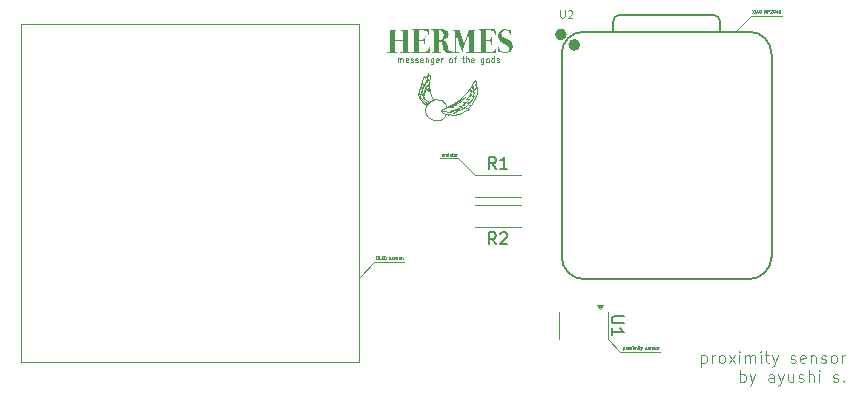
<source format=gbr>
%TF.GenerationSoftware,KiCad,Pcbnew,8.0.9*%
%TF.CreationDate,2025-07-26T13:13:37-07:00*%
%TF.ProjectId,ayushi_hermes_project,61797573-6869-45f6-9865-726d65735f70,rev?*%
%TF.SameCoordinates,Original*%
%TF.FileFunction,Legend,Top*%
%TF.FilePolarity,Positive*%
%FSLAX46Y46*%
G04 Gerber Fmt 4.6, Leading zero omitted, Abs format (unit mm)*
G04 Created by KiCad (PCBNEW 8.0.9) date 2025-07-26 13:13:37*
%MOMM*%
%LPD*%
G01*
G04 APERTURE LIST*
%ADD10C,0.062500*%
%ADD11C,0.100000*%
%ADD12C,0.125000*%
%ADD13C,0.200000*%
%ADD14C,0.101600*%
%ADD15C,0.150000*%
%ADD16C,0.127000*%
%ADD17C,0.504000*%
%ADD18C,0.120000*%
G04 APERTURE END LIST*
D10*
X89073660Y-94788354D02*
X89121279Y-94788354D01*
X89121279Y-94788354D02*
X89145089Y-94800259D01*
X89145089Y-94800259D02*
X89168898Y-94824069D01*
X89168898Y-94824069D02*
X89180803Y-94871688D01*
X89180803Y-94871688D02*
X89180803Y-94955021D01*
X89180803Y-94955021D02*
X89168898Y-95002640D01*
X89168898Y-95002640D02*
X89145089Y-95026450D01*
X89145089Y-95026450D02*
X89121279Y-95038354D01*
X89121279Y-95038354D02*
X89073660Y-95038354D01*
X89073660Y-95038354D02*
X89049851Y-95026450D01*
X89049851Y-95026450D02*
X89026041Y-95002640D01*
X89026041Y-95002640D02*
X89014137Y-94955021D01*
X89014137Y-94955021D02*
X89014137Y-94871688D01*
X89014137Y-94871688D02*
X89026041Y-94824069D01*
X89026041Y-94824069D02*
X89049851Y-94800259D01*
X89049851Y-94800259D02*
X89073660Y-94788354D01*
X89406994Y-95038354D02*
X89287946Y-95038354D01*
X89287946Y-95038354D02*
X89287946Y-94788354D01*
X89490327Y-94907402D02*
X89573661Y-94907402D01*
X89609375Y-95038354D02*
X89490327Y-95038354D01*
X89490327Y-95038354D02*
X89490327Y-94788354D01*
X89490327Y-94788354D02*
X89609375Y-94788354D01*
X89716517Y-95038354D02*
X89716517Y-94788354D01*
X89716517Y-94788354D02*
X89776041Y-94788354D01*
X89776041Y-94788354D02*
X89811755Y-94800259D01*
X89811755Y-94800259D02*
X89835565Y-94824069D01*
X89835565Y-94824069D02*
X89847470Y-94847878D01*
X89847470Y-94847878D02*
X89859374Y-94895497D01*
X89859374Y-94895497D02*
X89859374Y-94931211D01*
X89859374Y-94931211D02*
X89847470Y-94978830D01*
X89847470Y-94978830D02*
X89835565Y-95002640D01*
X89835565Y-95002640D02*
X89811755Y-95026450D01*
X89811755Y-95026450D02*
X89776041Y-95038354D01*
X89776041Y-95038354D02*
X89716517Y-95038354D01*
X90145089Y-95026450D02*
X90168898Y-95038354D01*
X90168898Y-95038354D02*
X90216517Y-95038354D01*
X90216517Y-95038354D02*
X90240327Y-95026450D01*
X90240327Y-95026450D02*
X90252231Y-95002640D01*
X90252231Y-95002640D02*
X90252231Y-94990735D01*
X90252231Y-94990735D02*
X90240327Y-94966926D01*
X90240327Y-94966926D02*
X90216517Y-94955021D01*
X90216517Y-94955021D02*
X90180803Y-94955021D01*
X90180803Y-94955021D02*
X90156993Y-94943116D01*
X90156993Y-94943116D02*
X90145089Y-94919307D01*
X90145089Y-94919307D02*
X90145089Y-94907402D01*
X90145089Y-94907402D02*
X90156993Y-94883592D01*
X90156993Y-94883592D02*
X90180803Y-94871688D01*
X90180803Y-94871688D02*
X90216517Y-94871688D01*
X90216517Y-94871688D02*
X90240327Y-94883592D01*
X90466517Y-95026450D02*
X90442708Y-95038354D01*
X90442708Y-95038354D02*
X90395089Y-95038354D01*
X90395089Y-95038354D02*
X90371279Y-95026450D01*
X90371279Y-95026450D02*
X90359374Y-95014545D01*
X90359374Y-95014545D02*
X90347470Y-94990735D01*
X90347470Y-94990735D02*
X90347470Y-94919307D01*
X90347470Y-94919307D02*
X90359374Y-94895497D01*
X90359374Y-94895497D02*
X90371279Y-94883592D01*
X90371279Y-94883592D02*
X90395089Y-94871688D01*
X90395089Y-94871688D02*
X90442708Y-94871688D01*
X90442708Y-94871688D02*
X90466517Y-94883592D01*
X90573660Y-95038354D02*
X90573660Y-94871688D01*
X90573660Y-94919307D02*
X90585565Y-94895497D01*
X90585565Y-94895497D02*
X90597470Y-94883592D01*
X90597470Y-94883592D02*
X90621279Y-94871688D01*
X90621279Y-94871688D02*
X90645089Y-94871688D01*
X90823660Y-95026450D02*
X90799851Y-95038354D01*
X90799851Y-95038354D02*
X90752232Y-95038354D01*
X90752232Y-95038354D02*
X90728422Y-95026450D01*
X90728422Y-95026450D02*
X90716518Y-95002640D01*
X90716518Y-95002640D02*
X90716518Y-94907402D01*
X90716518Y-94907402D02*
X90728422Y-94883592D01*
X90728422Y-94883592D02*
X90752232Y-94871688D01*
X90752232Y-94871688D02*
X90799851Y-94871688D01*
X90799851Y-94871688D02*
X90823660Y-94883592D01*
X90823660Y-94883592D02*
X90835565Y-94907402D01*
X90835565Y-94907402D02*
X90835565Y-94931211D01*
X90835565Y-94931211D02*
X90716518Y-94955021D01*
X91037946Y-95026450D02*
X91014137Y-95038354D01*
X91014137Y-95038354D02*
X90966518Y-95038354D01*
X90966518Y-95038354D02*
X90942708Y-95026450D01*
X90942708Y-95026450D02*
X90930804Y-95002640D01*
X90930804Y-95002640D02*
X90930804Y-94907402D01*
X90930804Y-94907402D02*
X90942708Y-94883592D01*
X90942708Y-94883592D02*
X90966518Y-94871688D01*
X90966518Y-94871688D02*
X91014137Y-94871688D01*
X91014137Y-94871688D02*
X91037946Y-94883592D01*
X91037946Y-94883592D02*
X91049851Y-94907402D01*
X91049851Y-94907402D02*
X91049851Y-94931211D01*
X91049851Y-94931211D02*
X90930804Y-94955021D01*
X91156994Y-94871688D02*
X91156994Y-95038354D01*
X91156994Y-94895497D02*
X91168899Y-94883592D01*
X91168899Y-94883592D02*
X91192709Y-94871688D01*
X91192709Y-94871688D02*
X91228423Y-94871688D01*
X91228423Y-94871688D02*
X91252232Y-94883592D01*
X91252232Y-94883592D02*
X91264137Y-94907402D01*
X91264137Y-94907402D02*
X91264137Y-95038354D01*
D11*
X88874600Y-95275400D02*
X91363800Y-95275400D01*
X87630000Y-96520000D02*
X88874600Y-95275400D01*
X58978800Y-75133200D02*
X87604600Y-75133200D01*
X87604600Y-103759000D01*
X58978800Y-103759000D01*
X58978800Y-75133200D01*
D10*
X94563241Y-86275354D02*
X94563241Y-86108688D01*
X94563241Y-86156307D02*
X94575146Y-86132497D01*
X94575146Y-86132497D02*
X94587051Y-86120592D01*
X94587051Y-86120592D02*
X94610860Y-86108688D01*
X94610860Y-86108688D02*
X94634670Y-86108688D01*
X94813241Y-86263450D02*
X94789432Y-86275354D01*
X94789432Y-86275354D02*
X94741813Y-86275354D01*
X94741813Y-86275354D02*
X94718003Y-86263450D01*
X94718003Y-86263450D02*
X94706099Y-86239640D01*
X94706099Y-86239640D02*
X94706099Y-86144402D01*
X94706099Y-86144402D02*
X94718003Y-86120592D01*
X94718003Y-86120592D02*
X94741813Y-86108688D01*
X94741813Y-86108688D02*
X94789432Y-86108688D01*
X94789432Y-86108688D02*
X94813241Y-86120592D01*
X94813241Y-86120592D02*
X94825146Y-86144402D01*
X94825146Y-86144402D02*
X94825146Y-86168211D01*
X94825146Y-86168211D02*
X94706099Y-86192021D01*
X94920385Y-86263450D02*
X94944194Y-86275354D01*
X94944194Y-86275354D02*
X94991813Y-86275354D01*
X94991813Y-86275354D02*
X95015623Y-86263450D01*
X95015623Y-86263450D02*
X95027527Y-86239640D01*
X95027527Y-86239640D02*
X95027527Y-86227735D01*
X95027527Y-86227735D02*
X95015623Y-86203926D01*
X95015623Y-86203926D02*
X94991813Y-86192021D01*
X94991813Y-86192021D02*
X94956099Y-86192021D01*
X94956099Y-86192021D02*
X94932289Y-86180116D01*
X94932289Y-86180116D02*
X94920385Y-86156307D01*
X94920385Y-86156307D02*
X94920385Y-86144402D01*
X94920385Y-86144402D02*
X94932289Y-86120592D01*
X94932289Y-86120592D02*
X94956099Y-86108688D01*
X94956099Y-86108688D02*
X94991813Y-86108688D01*
X94991813Y-86108688D02*
X95015623Y-86120592D01*
X95134670Y-86275354D02*
X95134670Y-86108688D01*
X95134670Y-86025354D02*
X95122766Y-86037259D01*
X95122766Y-86037259D02*
X95134670Y-86049164D01*
X95134670Y-86049164D02*
X95146575Y-86037259D01*
X95146575Y-86037259D02*
X95134670Y-86025354D01*
X95134670Y-86025354D02*
X95134670Y-86049164D01*
X95241814Y-86263450D02*
X95265623Y-86275354D01*
X95265623Y-86275354D02*
X95313242Y-86275354D01*
X95313242Y-86275354D02*
X95337052Y-86263450D01*
X95337052Y-86263450D02*
X95348956Y-86239640D01*
X95348956Y-86239640D02*
X95348956Y-86227735D01*
X95348956Y-86227735D02*
X95337052Y-86203926D01*
X95337052Y-86203926D02*
X95313242Y-86192021D01*
X95313242Y-86192021D02*
X95277528Y-86192021D01*
X95277528Y-86192021D02*
X95253718Y-86180116D01*
X95253718Y-86180116D02*
X95241814Y-86156307D01*
X95241814Y-86156307D02*
X95241814Y-86144402D01*
X95241814Y-86144402D02*
X95253718Y-86120592D01*
X95253718Y-86120592D02*
X95277528Y-86108688D01*
X95277528Y-86108688D02*
X95313242Y-86108688D01*
X95313242Y-86108688D02*
X95337052Y-86120592D01*
X95420385Y-86108688D02*
X95515623Y-86108688D01*
X95456099Y-86025354D02*
X95456099Y-86239640D01*
X95456099Y-86239640D02*
X95468004Y-86263450D01*
X95468004Y-86263450D02*
X95491814Y-86275354D01*
X95491814Y-86275354D02*
X95515623Y-86275354D01*
X95634671Y-86275354D02*
X95610861Y-86263450D01*
X95610861Y-86263450D02*
X95598956Y-86251545D01*
X95598956Y-86251545D02*
X95587052Y-86227735D01*
X95587052Y-86227735D02*
X95587052Y-86156307D01*
X95587052Y-86156307D02*
X95598956Y-86132497D01*
X95598956Y-86132497D02*
X95610861Y-86120592D01*
X95610861Y-86120592D02*
X95634671Y-86108688D01*
X95634671Y-86108688D02*
X95670385Y-86108688D01*
X95670385Y-86108688D02*
X95694194Y-86120592D01*
X95694194Y-86120592D02*
X95706099Y-86132497D01*
X95706099Y-86132497D02*
X95718004Y-86156307D01*
X95718004Y-86156307D02*
X95718004Y-86227735D01*
X95718004Y-86227735D02*
X95706099Y-86251545D01*
X95706099Y-86251545D02*
X95694194Y-86263450D01*
X95694194Y-86263450D02*
X95670385Y-86275354D01*
X95670385Y-86275354D02*
X95634671Y-86275354D01*
X95825146Y-86275354D02*
X95825146Y-86108688D01*
X95825146Y-86156307D02*
X95837051Y-86132497D01*
X95837051Y-86132497D02*
X95848956Y-86120592D01*
X95848956Y-86120592D02*
X95872765Y-86108688D01*
X95872765Y-86108688D02*
X95896575Y-86108688D01*
D11*
X95961200Y-86461600D02*
X94411800Y-86461600D01*
X97419400Y-87929200D02*
X95961200Y-86461600D01*
D10*
X109930241Y-102491688D02*
X109930241Y-102741688D01*
X109930241Y-102503592D02*
X109954051Y-102491688D01*
X109954051Y-102491688D02*
X110001670Y-102491688D01*
X110001670Y-102491688D02*
X110025479Y-102503592D01*
X110025479Y-102503592D02*
X110037384Y-102515497D01*
X110037384Y-102515497D02*
X110049289Y-102539307D01*
X110049289Y-102539307D02*
X110049289Y-102610735D01*
X110049289Y-102610735D02*
X110037384Y-102634545D01*
X110037384Y-102634545D02*
X110025479Y-102646450D01*
X110025479Y-102646450D02*
X110001670Y-102658354D01*
X110001670Y-102658354D02*
X109954051Y-102658354D01*
X109954051Y-102658354D02*
X109930241Y-102646450D01*
X110156431Y-102658354D02*
X110156431Y-102491688D01*
X110156431Y-102539307D02*
X110168336Y-102515497D01*
X110168336Y-102515497D02*
X110180241Y-102503592D01*
X110180241Y-102503592D02*
X110204050Y-102491688D01*
X110204050Y-102491688D02*
X110227860Y-102491688D01*
X110346908Y-102658354D02*
X110323098Y-102646450D01*
X110323098Y-102646450D02*
X110311193Y-102634545D01*
X110311193Y-102634545D02*
X110299289Y-102610735D01*
X110299289Y-102610735D02*
X110299289Y-102539307D01*
X110299289Y-102539307D02*
X110311193Y-102515497D01*
X110311193Y-102515497D02*
X110323098Y-102503592D01*
X110323098Y-102503592D02*
X110346908Y-102491688D01*
X110346908Y-102491688D02*
X110382622Y-102491688D01*
X110382622Y-102491688D02*
X110406431Y-102503592D01*
X110406431Y-102503592D02*
X110418336Y-102515497D01*
X110418336Y-102515497D02*
X110430241Y-102539307D01*
X110430241Y-102539307D02*
X110430241Y-102610735D01*
X110430241Y-102610735D02*
X110418336Y-102634545D01*
X110418336Y-102634545D02*
X110406431Y-102646450D01*
X110406431Y-102646450D02*
X110382622Y-102658354D01*
X110382622Y-102658354D02*
X110346908Y-102658354D01*
X110513574Y-102658354D02*
X110644526Y-102491688D01*
X110513574Y-102491688D02*
X110644526Y-102658354D01*
X110739764Y-102658354D02*
X110739764Y-102491688D01*
X110739764Y-102408354D02*
X110727860Y-102420259D01*
X110727860Y-102420259D02*
X110739764Y-102432164D01*
X110739764Y-102432164D02*
X110751669Y-102420259D01*
X110751669Y-102420259D02*
X110739764Y-102408354D01*
X110739764Y-102408354D02*
X110739764Y-102432164D01*
X110858812Y-102658354D02*
X110858812Y-102491688D01*
X110858812Y-102515497D02*
X110870717Y-102503592D01*
X110870717Y-102503592D02*
X110894527Y-102491688D01*
X110894527Y-102491688D02*
X110930241Y-102491688D01*
X110930241Y-102491688D02*
X110954050Y-102503592D01*
X110954050Y-102503592D02*
X110965955Y-102527402D01*
X110965955Y-102527402D02*
X110965955Y-102658354D01*
X110965955Y-102527402D02*
X110977860Y-102503592D01*
X110977860Y-102503592D02*
X111001669Y-102491688D01*
X111001669Y-102491688D02*
X111037384Y-102491688D01*
X111037384Y-102491688D02*
X111061193Y-102503592D01*
X111061193Y-102503592D02*
X111073098Y-102527402D01*
X111073098Y-102527402D02*
X111073098Y-102658354D01*
X111192145Y-102658354D02*
X111192145Y-102491688D01*
X111192145Y-102408354D02*
X111180241Y-102420259D01*
X111180241Y-102420259D02*
X111192145Y-102432164D01*
X111192145Y-102432164D02*
X111204050Y-102420259D01*
X111204050Y-102420259D02*
X111192145Y-102408354D01*
X111192145Y-102408354D02*
X111192145Y-102432164D01*
X111275479Y-102491688D02*
X111370717Y-102491688D01*
X111311193Y-102408354D02*
X111311193Y-102622640D01*
X111311193Y-102622640D02*
X111323098Y-102646450D01*
X111323098Y-102646450D02*
X111346908Y-102658354D01*
X111346908Y-102658354D02*
X111370717Y-102658354D01*
X111430241Y-102491688D02*
X111489765Y-102658354D01*
X111549288Y-102491688D02*
X111489765Y-102658354D01*
X111489765Y-102658354D02*
X111465955Y-102717878D01*
X111465955Y-102717878D02*
X111454050Y-102729783D01*
X111454050Y-102729783D02*
X111430241Y-102741688D01*
X111823098Y-102646450D02*
X111846907Y-102658354D01*
X111846907Y-102658354D02*
X111894526Y-102658354D01*
X111894526Y-102658354D02*
X111918336Y-102646450D01*
X111918336Y-102646450D02*
X111930240Y-102622640D01*
X111930240Y-102622640D02*
X111930240Y-102610735D01*
X111930240Y-102610735D02*
X111918336Y-102586926D01*
X111918336Y-102586926D02*
X111894526Y-102575021D01*
X111894526Y-102575021D02*
X111858812Y-102575021D01*
X111858812Y-102575021D02*
X111835002Y-102563116D01*
X111835002Y-102563116D02*
X111823098Y-102539307D01*
X111823098Y-102539307D02*
X111823098Y-102527402D01*
X111823098Y-102527402D02*
X111835002Y-102503592D01*
X111835002Y-102503592D02*
X111858812Y-102491688D01*
X111858812Y-102491688D02*
X111894526Y-102491688D01*
X111894526Y-102491688D02*
X111918336Y-102503592D01*
X112132621Y-102646450D02*
X112108812Y-102658354D01*
X112108812Y-102658354D02*
X112061193Y-102658354D01*
X112061193Y-102658354D02*
X112037383Y-102646450D01*
X112037383Y-102646450D02*
X112025479Y-102622640D01*
X112025479Y-102622640D02*
X112025479Y-102527402D01*
X112025479Y-102527402D02*
X112037383Y-102503592D01*
X112037383Y-102503592D02*
X112061193Y-102491688D01*
X112061193Y-102491688D02*
X112108812Y-102491688D01*
X112108812Y-102491688D02*
X112132621Y-102503592D01*
X112132621Y-102503592D02*
X112144526Y-102527402D01*
X112144526Y-102527402D02*
X112144526Y-102551211D01*
X112144526Y-102551211D02*
X112025479Y-102575021D01*
X112251669Y-102491688D02*
X112251669Y-102658354D01*
X112251669Y-102515497D02*
X112263574Y-102503592D01*
X112263574Y-102503592D02*
X112287384Y-102491688D01*
X112287384Y-102491688D02*
X112323098Y-102491688D01*
X112323098Y-102491688D02*
X112346907Y-102503592D01*
X112346907Y-102503592D02*
X112358812Y-102527402D01*
X112358812Y-102527402D02*
X112358812Y-102658354D01*
X112465955Y-102646450D02*
X112489764Y-102658354D01*
X112489764Y-102658354D02*
X112537383Y-102658354D01*
X112537383Y-102658354D02*
X112561193Y-102646450D01*
X112561193Y-102646450D02*
X112573097Y-102622640D01*
X112573097Y-102622640D02*
X112573097Y-102610735D01*
X112573097Y-102610735D02*
X112561193Y-102586926D01*
X112561193Y-102586926D02*
X112537383Y-102575021D01*
X112537383Y-102575021D02*
X112501669Y-102575021D01*
X112501669Y-102575021D02*
X112477859Y-102563116D01*
X112477859Y-102563116D02*
X112465955Y-102539307D01*
X112465955Y-102539307D02*
X112465955Y-102527402D01*
X112465955Y-102527402D02*
X112477859Y-102503592D01*
X112477859Y-102503592D02*
X112501669Y-102491688D01*
X112501669Y-102491688D02*
X112537383Y-102491688D01*
X112537383Y-102491688D02*
X112561193Y-102503592D01*
X112715955Y-102658354D02*
X112692145Y-102646450D01*
X112692145Y-102646450D02*
X112680240Y-102634545D01*
X112680240Y-102634545D02*
X112668336Y-102610735D01*
X112668336Y-102610735D02*
X112668336Y-102539307D01*
X112668336Y-102539307D02*
X112680240Y-102515497D01*
X112680240Y-102515497D02*
X112692145Y-102503592D01*
X112692145Y-102503592D02*
X112715955Y-102491688D01*
X112715955Y-102491688D02*
X112751669Y-102491688D01*
X112751669Y-102491688D02*
X112775478Y-102503592D01*
X112775478Y-102503592D02*
X112787383Y-102515497D01*
X112787383Y-102515497D02*
X112799288Y-102539307D01*
X112799288Y-102539307D02*
X112799288Y-102610735D01*
X112799288Y-102610735D02*
X112787383Y-102634545D01*
X112787383Y-102634545D02*
X112775478Y-102646450D01*
X112775478Y-102646450D02*
X112751669Y-102658354D01*
X112751669Y-102658354D02*
X112715955Y-102658354D01*
X112906430Y-102658354D02*
X112906430Y-102491688D01*
X112906430Y-102539307D02*
X112918335Y-102515497D01*
X112918335Y-102515497D02*
X112930240Y-102503592D01*
X112930240Y-102503592D02*
X112954049Y-102491688D01*
X112954049Y-102491688D02*
X112977859Y-102491688D01*
D11*
X109702600Y-102920800D02*
X113080800Y-102920800D01*
X108620800Y-101827200D02*
X109702600Y-102920800D01*
D10*
X120853832Y-73909554D02*
X121020498Y-74159554D01*
X121020498Y-73909554D02*
X120853832Y-74159554D01*
X121115736Y-74159554D02*
X121115736Y-73909554D01*
X121222880Y-74088126D02*
X121341927Y-74088126D01*
X121199070Y-74159554D02*
X121282403Y-73909554D01*
X121282403Y-73909554D02*
X121365737Y-74159554D01*
X121496689Y-73909554D02*
X121544308Y-73909554D01*
X121544308Y-73909554D02*
X121568118Y-73921459D01*
X121568118Y-73921459D02*
X121591927Y-73945269D01*
X121591927Y-73945269D02*
X121603832Y-73992888D01*
X121603832Y-73992888D02*
X121603832Y-74076221D01*
X121603832Y-74076221D02*
X121591927Y-74123840D01*
X121591927Y-74123840D02*
X121568118Y-74147650D01*
X121568118Y-74147650D02*
X121544308Y-74159554D01*
X121544308Y-74159554D02*
X121496689Y-74159554D01*
X121496689Y-74159554D02*
X121472880Y-74147650D01*
X121472880Y-74147650D02*
X121449070Y-74123840D01*
X121449070Y-74123840D02*
X121437166Y-74076221D01*
X121437166Y-74076221D02*
X121437166Y-73992888D01*
X121437166Y-73992888D02*
X121449070Y-73945269D01*
X121449070Y-73945269D02*
X121472880Y-73921459D01*
X121472880Y-73921459D02*
X121496689Y-73909554D01*
X122044308Y-74159554D02*
X121960975Y-74040507D01*
X121901451Y-74159554D02*
X121901451Y-73909554D01*
X121901451Y-73909554D02*
X121996689Y-73909554D01*
X121996689Y-73909554D02*
X122020499Y-73921459D01*
X122020499Y-73921459D02*
X122032404Y-73933364D01*
X122032404Y-73933364D02*
X122044308Y-73957173D01*
X122044308Y-73957173D02*
X122044308Y-73992888D01*
X122044308Y-73992888D02*
X122032404Y-74016697D01*
X122032404Y-74016697D02*
X122020499Y-74028602D01*
X122020499Y-74028602D02*
X121996689Y-74040507D01*
X121996689Y-74040507D02*
X121901451Y-74040507D01*
X122151451Y-74159554D02*
X122151451Y-73909554D01*
X122151451Y-73909554D02*
X122246689Y-73909554D01*
X122246689Y-73909554D02*
X122270499Y-73921459D01*
X122270499Y-73921459D02*
X122282404Y-73933364D01*
X122282404Y-73933364D02*
X122294308Y-73957173D01*
X122294308Y-73957173D02*
X122294308Y-73992888D01*
X122294308Y-73992888D02*
X122282404Y-74016697D01*
X122282404Y-74016697D02*
X122270499Y-74028602D01*
X122270499Y-74028602D02*
X122246689Y-74040507D01*
X122246689Y-74040507D02*
X122151451Y-74040507D01*
X122389547Y-73933364D02*
X122401451Y-73921459D01*
X122401451Y-73921459D02*
X122425261Y-73909554D01*
X122425261Y-73909554D02*
X122484785Y-73909554D01*
X122484785Y-73909554D02*
X122508594Y-73921459D01*
X122508594Y-73921459D02*
X122520499Y-73933364D01*
X122520499Y-73933364D02*
X122532404Y-73957173D01*
X122532404Y-73957173D02*
X122532404Y-73980983D01*
X122532404Y-73980983D02*
X122520499Y-74016697D01*
X122520499Y-74016697D02*
X122377642Y-74159554D01*
X122377642Y-74159554D02*
X122532404Y-74159554D01*
X122687165Y-73909554D02*
X122710975Y-73909554D01*
X122710975Y-73909554D02*
X122734784Y-73921459D01*
X122734784Y-73921459D02*
X122746689Y-73933364D01*
X122746689Y-73933364D02*
X122758594Y-73957173D01*
X122758594Y-73957173D02*
X122770499Y-74004792D01*
X122770499Y-74004792D02*
X122770499Y-74064316D01*
X122770499Y-74064316D02*
X122758594Y-74111935D01*
X122758594Y-74111935D02*
X122746689Y-74135745D01*
X122746689Y-74135745D02*
X122734784Y-74147650D01*
X122734784Y-74147650D02*
X122710975Y-74159554D01*
X122710975Y-74159554D02*
X122687165Y-74159554D01*
X122687165Y-74159554D02*
X122663356Y-74147650D01*
X122663356Y-74147650D02*
X122651451Y-74135745D01*
X122651451Y-74135745D02*
X122639546Y-74111935D01*
X122639546Y-74111935D02*
X122627642Y-74064316D01*
X122627642Y-74064316D02*
X122627642Y-74004792D01*
X122627642Y-74004792D02*
X122639546Y-73957173D01*
X122639546Y-73957173D02*
X122651451Y-73933364D01*
X122651451Y-73933364D02*
X122663356Y-73921459D01*
X122663356Y-73921459D02*
X122687165Y-73909554D01*
X122984784Y-73992888D02*
X122984784Y-74159554D01*
X122925260Y-73897650D02*
X122865737Y-74076221D01*
X122865737Y-74076221D02*
X123020498Y-74076221D01*
X123163355Y-73909554D02*
X123187165Y-73909554D01*
X123187165Y-73909554D02*
X123210974Y-73921459D01*
X123210974Y-73921459D02*
X123222879Y-73933364D01*
X123222879Y-73933364D02*
X123234784Y-73957173D01*
X123234784Y-73957173D02*
X123246689Y-74004792D01*
X123246689Y-74004792D02*
X123246689Y-74064316D01*
X123246689Y-74064316D02*
X123234784Y-74111935D01*
X123234784Y-74111935D02*
X123222879Y-74135745D01*
X123222879Y-74135745D02*
X123210974Y-74147650D01*
X123210974Y-74147650D02*
X123187165Y-74159554D01*
X123187165Y-74159554D02*
X123163355Y-74159554D01*
X123163355Y-74159554D02*
X123139546Y-74147650D01*
X123139546Y-74147650D02*
X123127641Y-74135745D01*
X123127641Y-74135745D02*
X123115736Y-74111935D01*
X123115736Y-74111935D02*
X123103832Y-74064316D01*
X123103832Y-74064316D02*
X123103832Y-74004792D01*
X123103832Y-74004792D02*
X123115736Y-73957173D01*
X123115736Y-73957173D02*
X123127641Y-73933364D01*
X123127641Y-73933364D02*
X123139546Y-73921459D01*
X123139546Y-73921459D02*
X123163355Y-73909554D01*
D11*
X120726200Y-74472800D02*
X123367800Y-74472800D01*
X119430800Y-75768200D02*
X120726200Y-74472800D01*
X97231200Y-80391000D02*
X97078800Y-80391000D01*
X97180400Y-80543400D02*
X97231200Y-80391000D01*
X97256600Y-80492600D02*
X97180400Y-80543400D01*
X97205800Y-80645000D02*
X97256600Y-80492600D01*
X97282000Y-80619600D02*
X97205800Y-80645000D01*
X97282000Y-80695800D02*
X97282000Y-80619600D01*
X97155000Y-80822800D02*
X97282000Y-80695800D01*
X97332800Y-80848200D02*
X97155000Y-80822800D01*
X97282000Y-80975200D02*
X97332800Y-80848200D01*
X97180400Y-81203800D02*
X97282000Y-80975200D01*
X97307400Y-81203800D02*
X97180400Y-81203800D01*
X97129600Y-81457800D02*
X97307400Y-81203800D01*
X97028000Y-81635600D02*
X97129600Y-81457800D01*
X96697800Y-81838800D02*
X97028000Y-81635600D01*
X96850200Y-81838800D02*
X96697800Y-81838800D01*
X96596200Y-82042000D02*
X96850200Y-81838800D01*
X96570800Y-82143600D02*
X96596200Y-82042000D01*
X96215200Y-82296000D02*
X96570800Y-82143600D01*
X96113600Y-82397600D02*
X96215200Y-82296000D01*
X95808800Y-82397600D02*
X96113600Y-82397600D01*
X95910400Y-82524600D02*
X95808800Y-82397600D01*
X95504000Y-82651600D02*
X95910400Y-82524600D01*
X97053400Y-80670400D02*
X96862900Y-80670400D01*
X96977200Y-80822800D02*
X97053400Y-80670400D01*
X97155000Y-80822800D02*
X96977200Y-80822800D01*
X96951800Y-80975200D02*
X97155000Y-80822800D01*
X97078800Y-81026000D02*
X96951800Y-80975200D01*
X96901000Y-81127600D02*
X97078800Y-81026000D01*
X97053400Y-81153000D02*
X96901000Y-81127600D01*
X96824800Y-81330800D02*
X97053400Y-81153000D01*
X96672400Y-81457800D02*
X96824800Y-81330800D01*
X96850200Y-81432400D02*
X96672400Y-81457800D01*
X96621600Y-81686400D02*
X96850200Y-81432400D01*
X96418400Y-81762600D02*
X96621600Y-81686400D01*
X96545400Y-81838800D02*
X96418400Y-81762600D01*
X96367600Y-81915000D02*
X96545400Y-81838800D01*
X96469200Y-82016600D02*
X96367600Y-81915000D01*
X96062800Y-82042000D02*
X96469200Y-82016600D01*
X96266000Y-82118200D02*
X96062800Y-82042000D01*
X95910400Y-82194400D02*
X96266000Y-82118200D01*
X96012000Y-82296000D02*
X95910400Y-82194400D01*
X95681800Y-82321400D02*
X96012000Y-82296000D01*
X95808800Y-82397600D02*
X95681800Y-82321400D01*
X95351600Y-82423000D02*
X95808800Y-82397600D01*
X95554800Y-82524600D02*
X95351600Y-82423000D01*
X95250000Y-82524600D02*
X95554800Y-82524600D01*
X95351600Y-82600800D02*
X95250000Y-82524600D01*
X94576900Y-82524600D02*
X95351600Y-82600800D01*
X96545400Y-81330800D02*
X95732600Y-81813400D01*
X96316800Y-81559400D02*
X96545400Y-81330800D01*
X95986600Y-81813400D02*
X96316800Y-81559400D01*
X95580200Y-81915000D02*
X95986600Y-81813400D01*
X95758000Y-81965800D02*
X95580200Y-81915000D01*
X95288100Y-82029300D02*
X95758000Y-81965800D01*
X95504000Y-82143600D02*
X95288100Y-82029300D01*
X95021400Y-82169000D02*
X95504000Y-82143600D01*
X94995999Y-82753200D02*
G75*
G02*
X95021399Y-82169000I-863599J330200D01*
G01*
X93294200Y-80314800D02*
X93243400Y-80467200D01*
X93345000Y-80391000D02*
X93294200Y-80314800D01*
X93395800Y-80187800D02*
X93345000Y-80391000D01*
X93446600Y-80365600D02*
X93395800Y-80187800D01*
X93472000Y-80060800D02*
X93446600Y-80365600D01*
X93370400Y-79679800D02*
X93472000Y-79908400D01*
X93319600Y-79730600D02*
X93370400Y-79679800D01*
X93294200Y-80060800D02*
X93319600Y-79730600D01*
X93243400Y-79883000D02*
X93294200Y-80060800D01*
X93141800Y-80289400D02*
X93243400Y-79883000D01*
X93167200Y-80060800D02*
X93141800Y-80289400D01*
X93065600Y-80365600D02*
X93167200Y-80060800D01*
X93014800Y-80213200D02*
X93065600Y-80365600D01*
X92989400Y-80543400D02*
X93014800Y-80213200D01*
X92964000Y-80314800D02*
X92989400Y-80543400D01*
X92913200Y-80568800D02*
X92964000Y-80314800D01*
X92887800Y-80848200D02*
X92913200Y-80568800D01*
X92862400Y-80797400D02*
X92887800Y-80848200D01*
X92837000Y-81000600D02*
X92862400Y-80797400D01*
X92811600Y-80975200D02*
X92837000Y-81000600D01*
X92760800Y-81127600D02*
X92811600Y-80975200D01*
X92760800Y-81280000D02*
X92760800Y-81127600D01*
X92811600Y-81381600D02*
X92760800Y-81280000D01*
X92913200Y-81483200D02*
X92811600Y-81381600D01*
X93014800Y-81559400D02*
X92913200Y-81483200D01*
X93141800Y-81711800D02*
X93014800Y-81559400D01*
X93370400Y-81813400D02*
X93141800Y-81711800D01*
X93116400Y-81127600D02*
X93091000Y-80899000D01*
X93091000Y-81026000D02*
X93116400Y-81127600D01*
X93522800Y-80721200D02*
X93599000Y-80899000D01*
X93395800Y-80568800D02*
X93522800Y-80721200D01*
X93421200Y-80822800D02*
X93395800Y-80568800D01*
X93192600Y-80492600D02*
X93421200Y-80822800D01*
X93141800Y-80848200D02*
X93192600Y-80492600D01*
X93116400Y-80670400D02*
X93141800Y-80848200D01*
X93065600Y-80797400D02*
X93116400Y-80670400D01*
X93065600Y-81000600D02*
X93065600Y-80797400D01*
X93014800Y-80924400D02*
X93065600Y-81000600D01*
X92989400Y-81026000D02*
X93014800Y-80924400D01*
X92964000Y-81102200D02*
X92989400Y-81026000D01*
X92913200Y-81076800D02*
X92964000Y-81102200D01*
X93040200Y-81356200D02*
X92913200Y-81076800D01*
X93014800Y-81381600D02*
X93040200Y-81356200D01*
X93218000Y-81584800D02*
X93014800Y-81381600D01*
X93472000Y-81686400D02*
X93218000Y-81584800D01*
X93827600Y-81534000D02*
X93903800Y-81534000D01*
X93700600Y-81610200D02*
X93827600Y-81534000D01*
X93548200Y-81686400D02*
X93700600Y-81610200D01*
X93446600Y-81788000D02*
X93548200Y-81686400D01*
X93370400Y-81940400D02*
X93446600Y-81788000D01*
X94640400Y-82600800D02*
X94513400Y-82448400D01*
X94843600Y-82702400D02*
X94640400Y-82600800D01*
X94996000Y-82753200D02*
X94843600Y-82702400D01*
X95199200Y-82829400D02*
X94996000Y-82753200D01*
X95173800Y-82753200D02*
X95199200Y-82829400D01*
X95427800Y-82854800D02*
X95173800Y-82753200D01*
X95631000Y-82854800D02*
X95427800Y-82854800D01*
X95808800Y-82854800D02*
X95631000Y-82854800D01*
X95808800Y-82778600D02*
X95808800Y-82854800D01*
X96037400Y-82778600D02*
X95808800Y-82778600D01*
X95986600Y-82702400D02*
X96037400Y-82778600D01*
X96164400Y-82702400D02*
X95986600Y-82702400D01*
X96139000Y-82626200D02*
X96164400Y-82702400D01*
X96291400Y-82626200D02*
X96139000Y-82626200D01*
X96494600Y-82524600D02*
X96291400Y-82626200D01*
X96469200Y-82473800D02*
X96494600Y-82524600D01*
X96723200Y-82397600D02*
X96469200Y-82473800D01*
X96875600Y-82296000D02*
X96723200Y-82397600D01*
X96647000Y-82270600D02*
X96875600Y-82296000D01*
X96824800Y-82270600D02*
X96647000Y-82270600D01*
X97053400Y-82016600D02*
X96824800Y-82270600D01*
X96901000Y-81991200D02*
X97053400Y-82016600D01*
X97028000Y-81940400D02*
X96901000Y-81991200D01*
X97282000Y-81559400D02*
X97028000Y-81940400D01*
X97459800Y-81229200D02*
X97282000Y-81559400D01*
X97536000Y-80949800D02*
X97459800Y-81229200D01*
X97561400Y-80670400D02*
X97536000Y-80949800D01*
X97536000Y-80467200D02*
X97561400Y-80670400D01*
X97409000Y-80619600D02*
X97536000Y-80467200D01*
X97459800Y-80467200D02*
X97409000Y-80619600D01*
X97459800Y-80238600D02*
X97459800Y-80467200D01*
X97358200Y-80314800D02*
X97459800Y-80238600D01*
X97459800Y-80035400D02*
X97358200Y-80314800D01*
X97383600Y-79883000D02*
X97459800Y-80035400D01*
X97155000Y-80187800D02*
X97383600Y-79883000D01*
X97028000Y-80441800D02*
X97155000Y-80187800D01*
X96697800Y-80899000D02*
X97028000Y-80441800D01*
X96139000Y-81432400D02*
X96697800Y-80899000D01*
X95554800Y-81889600D02*
X96139000Y-81432400D01*
X95021400Y-82169000D02*
X95554800Y-81889600D01*
X94538800Y-82372200D02*
X95021400Y-82169000D01*
X94513400Y-82448400D02*
X94538800Y-82372200D01*
X93522800Y-79425800D02*
X93599000Y-79451200D01*
X93446600Y-79552800D02*
X93522800Y-79425800D01*
X93446600Y-79273400D02*
X93446600Y-79552800D01*
X93294200Y-79578200D02*
X93446600Y-79273400D01*
X93294200Y-79451200D02*
X93294200Y-79578200D01*
X93218000Y-79527400D02*
X93294200Y-79451200D01*
X93141800Y-79679800D02*
X93218000Y-79527400D01*
X93116400Y-79552800D02*
X93141800Y-79679800D01*
X93014800Y-79730600D02*
X93116400Y-79552800D01*
X92938600Y-79933800D02*
X93014800Y-79730600D01*
X92913200Y-79908400D02*
X92938600Y-79933800D01*
X92887800Y-80035400D02*
X92913200Y-79908400D01*
X92887800Y-80162400D02*
X92887800Y-80035400D01*
X92837000Y-80086200D02*
X92887800Y-80162400D01*
X92811600Y-80213200D02*
X92837000Y-80086200D01*
X92786200Y-80314800D02*
X92811600Y-80213200D01*
X92786200Y-80416400D02*
X92786200Y-80314800D01*
X92811600Y-80518000D02*
X92786200Y-80416400D01*
X92684600Y-80772000D02*
X92735400Y-80492600D01*
X92684600Y-81026000D02*
X92684600Y-80772000D01*
X92608400Y-81076800D02*
X92633800Y-80899000D01*
X92633800Y-81280000D02*
X92608400Y-81076800D01*
X92735400Y-81508600D02*
X92633800Y-81280000D01*
X92887800Y-81661000D02*
X92735400Y-81508600D01*
X93014800Y-81788000D02*
X92887800Y-81661000D01*
X93192600Y-81889600D02*
X93014800Y-81788000D01*
X93370400Y-81940400D02*
X93192600Y-81889600D01*
X93548200Y-79730600D02*
X93599000Y-79451200D01*
X93522800Y-79984600D02*
X93548200Y-79730600D01*
X93522800Y-80238600D02*
X93522800Y-79984600D01*
X93522800Y-80441800D02*
X93522800Y-80238600D01*
X93548200Y-80695800D02*
X93522800Y-80441800D01*
X93599000Y-80899000D02*
X93548200Y-80695800D01*
X93675200Y-81127600D02*
X93599000Y-80899000D01*
X93776800Y-81356200D02*
X93675200Y-81127600D01*
X93903800Y-81534000D02*
X93776800Y-81356200D01*
X116553495Y-103158208D02*
X116553495Y-104158208D01*
X116553495Y-103205827D02*
X116648733Y-103158208D01*
X116648733Y-103158208D02*
X116839209Y-103158208D01*
X116839209Y-103158208D02*
X116934447Y-103205827D01*
X116934447Y-103205827D02*
X116982066Y-103253446D01*
X116982066Y-103253446D02*
X117029685Y-103348684D01*
X117029685Y-103348684D02*
X117029685Y-103634398D01*
X117029685Y-103634398D02*
X116982066Y-103729636D01*
X116982066Y-103729636D02*
X116934447Y-103777256D01*
X116934447Y-103777256D02*
X116839209Y-103824875D01*
X116839209Y-103824875D02*
X116648733Y-103824875D01*
X116648733Y-103824875D02*
X116553495Y-103777256D01*
X117458257Y-103824875D02*
X117458257Y-103158208D01*
X117458257Y-103348684D02*
X117505876Y-103253446D01*
X117505876Y-103253446D02*
X117553495Y-103205827D01*
X117553495Y-103205827D02*
X117648733Y-103158208D01*
X117648733Y-103158208D02*
X117743971Y-103158208D01*
X118220162Y-103824875D02*
X118124924Y-103777256D01*
X118124924Y-103777256D02*
X118077305Y-103729636D01*
X118077305Y-103729636D02*
X118029686Y-103634398D01*
X118029686Y-103634398D02*
X118029686Y-103348684D01*
X118029686Y-103348684D02*
X118077305Y-103253446D01*
X118077305Y-103253446D02*
X118124924Y-103205827D01*
X118124924Y-103205827D02*
X118220162Y-103158208D01*
X118220162Y-103158208D02*
X118363019Y-103158208D01*
X118363019Y-103158208D02*
X118458257Y-103205827D01*
X118458257Y-103205827D02*
X118505876Y-103253446D01*
X118505876Y-103253446D02*
X118553495Y-103348684D01*
X118553495Y-103348684D02*
X118553495Y-103634398D01*
X118553495Y-103634398D02*
X118505876Y-103729636D01*
X118505876Y-103729636D02*
X118458257Y-103777256D01*
X118458257Y-103777256D02*
X118363019Y-103824875D01*
X118363019Y-103824875D02*
X118220162Y-103824875D01*
X118886829Y-103824875D02*
X119410638Y-103158208D01*
X118886829Y-103158208D02*
X119410638Y-103824875D01*
X119791591Y-103824875D02*
X119791591Y-103158208D01*
X119791591Y-102824875D02*
X119743972Y-102872494D01*
X119743972Y-102872494D02*
X119791591Y-102920113D01*
X119791591Y-102920113D02*
X119839210Y-102872494D01*
X119839210Y-102872494D02*
X119791591Y-102824875D01*
X119791591Y-102824875D02*
X119791591Y-102920113D01*
X120267781Y-103824875D02*
X120267781Y-103158208D01*
X120267781Y-103253446D02*
X120315400Y-103205827D01*
X120315400Y-103205827D02*
X120410638Y-103158208D01*
X120410638Y-103158208D02*
X120553495Y-103158208D01*
X120553495Y-103158208D02*
X120648733Y-103205827D01*
X120648733Y-103205827D02*
X120696352Y-103301065D01*
X120696352Y-103301065D02*
X120696352Y-103824875D01*
X120696352Y-103301065D02*
X120743971Y-103205827D01*
X120743971Y-103205827D02*
X120839209Y-103158208D01*
X120839209Y-103158208D02*
X120982066Y-103158208D01*
X120982066Y-103158208D02*
X121077305Y-103205827D01*
X121077305Y-103205827D02*
X121124924Y-103301065D01*
X121124924Y-103301065D02*
X121124924Y-103824875D01*
X121601114Y-103824875D02*
X121601114Y-103158208D01*
X121601114Y-102824875D02*
X121553495Y-102872494D01*
X121553495Y-102872494D02*
X121601114Y-102920113D01*
X121601114Y-102920113D02*
X121648733Y-102872494D01*
X121648733Y-102872494D02*
X121601114Y-102824875D01*
X121601114Y-102824875D02*
X121601114Y-102920113D01*
X121934447Y-103158208D02*
X122315399Y-103158208D01*
X122077304Y-102824875D02*
X122077304Y-103682017D01*
X122077304Y-103682017D02*
X122124923Y-103777256D01*
X122124923Y-103777256D02*
X122220161Y-103824875D01*
X122220161Y-103824875D02*
X122315399Y-103824875D01*
X122553495Y-103158208D02*
X122791590Y-103824875D01*
X123029685Y-103158208D02*
X122791590Y-103824875D01*
X122791590Y-103824875D02*
X122696352Y-104062970D01*
X122696352Y-104062970D02*
X122648733Y-104110589D01*
X122648733Y-104110589D02*
X122553495Y-104158208D01*
X124124924Y-103777256D02*
X124220162Y-103824875D01*
X124220162Y-103824875D02*
X124410638Y-103824875D01*
X124410638Y-103824875D02*
X124505876Y-103777256D01*
X124505876Y-103777256D02*
X124553495Y-103682017D01*
X124553495Y-103682017D02*
X124553495Y-103634398D01*
X124553495Y-103634398D02*
X124505876Y-103539160D01*
X124505876Y-103539160D02*
X124410638Y-103491541D01*
X124410638Y-103491541D02*
X124267781Y-103491541D01*
X124267781Y-103491541D02*
X124172543Y-103443922D01*
X124172543Y-103443922D02*
X124124924Y-103348684D01*
X124124924Y-103348684D02*
X124124924Y-103301065D01*
X124124924Y-103301065D02*
X124172543Y-103205827D01*
X124172543Y-103205827D02*
X124267781Y-103158208D01*
X124267781Y-103158208D02*
X124410638Y-103158208D01*
X124410638Y-103158208D02*
X124505876Y-103205827D01*
X125363019Y-103777256D02*
X125267781Y-103824875D01*
X125267781Y-103824875D02*
X125077305Y-103824875D01*
X125077305Y-103824875D02*
X124982067Y-103777256D01*
X124982067Y-103777256D02*
X124934448Y-103682017D01*
X124934448Y-103682017D02*
X124934448Y-103301065D01*
X124934448Y-103301065D02*
X124982067Y-103205827D01*
X124982067Y-103205827D02*
X125077305Y-103158208D01*
X125077305Y-103158208D02*
X125267781Y-103158208D01*
X125267781Y-103158208D02*
X125363019Y-103205827D01*
X125363019Y-103205827D02*
X125410638Y-103301065D01*
X125410638Y-103301065D02*
X125410638Y-103396303D01*
X125410638Y-103396303D02*
X124934448Y-103491541D01*
X125839210Y-103158208D02*
X125839210Y-103824875D01*
X125839210Y-103253446D02*
X125886829Y-103205827D01*
X125886829Y-103205827D02*
X125982067Y-103158208D01*
X125982067Y-103158208D02*
X126124924Y-103158208D01*
X126124924Y-103158208D02*
X126220162Y-103205827D01*
X126220162Y-103205827D02*
X126267781Y-103301065D01*
X126267781Y-103301065D02*
X126267781Y-103824875D01*
X126696353Y-103777256D02*
X126791591Y-103824875D01*
X126791591Y-103824875D02*
X126982067Y-103824875D01*
X126982067Y-103824875D02*
X127077305Y-103777256D01*
X127077305Y-103777256D02*
X127124924Y-103682017D01*
X127124924Y-103682017D02*
X127124924Y-103634398D01*
X127124924Y-103634398D02*
X127077305Y-103539160D01*
X127077305Y-103539160D02*
X126982067Y-103491541D01*
X126982067Y-103491541D02*
X126839210Y-103491541D01*
X126839210Y-103491541D02*
X126743972Y-103443922D01*
X126743972Y-103443922D02*
X126696353Y-103348684D01*
X126696353Y-103348684D02*
X126696353Y-103301065D01*
X126696353Y-103301065D02*
X126743972Y-103205827D01*
X126743972Y-103205827D02*
X126839210Y-103158208D01*
X126839210Y-103158208D02*
X126982067Y-103158208D01*
X126982067Y-103158208D02*
X127077305Y-103205827D01*
X127696353Y-103824875D02*
X127601115Y-103777256D01*
X127601115Y-103777256D02*
X127553496Y-103729636D01*
X127553496Y-103729636D02*
X127505877Y-103634398D01*
X127505877Y-103634398D02*
X127505877Y-103348684D01*
X127505877Y-103348684D02*
X127553496Y-103253446D01*
X127553496Y-103253446D02*
X127601115Y-103205827D01*
X127601115Y-103205827D02*
X127696353Y-103158208D01*
X127696353Y-103158208D02*
X127839210Y-103158208D01*
X127839210Y-103158208D02*
X127934448Y-103205827D01*
X127934448Y-103205827D02*
X127982067Y-103253446D01*
X127982067Y-103253446D02*
X128029686Y-103348684D01*
X128029686Y-103348684D02*
X128029686Y-103634398D01*
X128029686Y-103634398D02*
X127982067Y-103729636D01*
X127982067Y-103729636D02*
X127934448Y-103777256D01*
X127934448Y-103777256D02*
X127839210Y-103824875D01*
X127839210Y-103824875D02*
X127696353Y-103824875D01*
X128458258Y-103824875D02*
X128458258Y-103158208D01*
X128458258Y-103348684D02*
X128505877Y-103253446D01*
X128505877Y-103253446D02*
X128553496Y-103205827D01*
X128553496Y-103205827D02*
X128648734Y-103158208D01*
X128648734Y-103158208D02*
X128743972Y-103158208D01*
X119839210Y-105434819D02*
X119839210Y-104434819D01*
X119839210Y-104815771D02*
X119934448Y-104768152D01*
X119934448Y-104768152D02*
X120124924Y-104768152D01*
X120124924Y-104768152D02*
X120220162Y-104815771D01*
X120220162Y-104815771D02*
X120267781Y-104863390D01*
X120267781Y-104863390D02*
X120315400Y-104958628D01*
X120315400Y-104958628D02*
X120315400Y-105244342D01*
X120315400Y-105244342D02*
X120267781Y-105339580D01*
X120267781Y-105339580D02*
X120220162Y-105387200D01*
X120220162Y-105387200D02*
X120124924Y-105434819D01*
X120124924Y-105434819D02*
X119934448Y-105434819D01*
X119934448Y-105434819D02*
X119839210Y-105387200D01*
X120648734Y-104768152D02*
X120886829Y-105434819D01*
X121124924Y-104768152D02*
X120886829Y-105434819D01*
X120886829Y-105434819D02*
X120791591Y-105672914D01*
X120791591Y-105672914D02*
X120743972Y-105720533D01*
X120743972Y-105720533D02*
X120648734Y-105768152D01*
X122696353Y-105434819D02*
X122696353Y-104911009D01*
X122696353Y-104911009D02*
X122648734Y-104815771D01*
X122648734Y-104815771D02*
X122553496Y-104768152D01*
X122553496Y-104768152D02*
X122363020Y-104768152D01*
X122363020Y-104768152D02*
X122267782Y-104815771D01*
X122696353Y-105387200D02*
X122601115Y-105434819D01*
X122601115Y-105434819D02*
X122363020Y-105434819D01*
X122363020Y-105434819D02*
X122267782Y-105387200D01*
X122267782Y-105387200D02*
X122220163Y-105291961D01*
X122220163Y-105291961D02*
X122220163Y-105196723D01*
X122220163Y-105196723D02*
X122267782Y-105101485D01*
X122267782Y-105101485D02*
X122363020Y-105053866D01*
X122363020Y-105053866D02*
X122601115Y-105053866D01*
X122601115Y-105053866D02*
X122696353Y-105006247D01*
X123077306Y-104768152D02*
X123315401Y-105434819D01*
X123553496Y-104768152D02*
X123315401Y-105434819D01*
X123315401Y-105434819D02*
X123220163Y-105672914D01*
X123220163Y-105672914D02*
X123172544Y-105720533D01*
X123172544Y-105720533D02*
X123077306Y-105768152D01*
X124363020Y-104768152D02*
X124363020Y-105434819D01*
X123934449Y-104768152D02*
X123934449Y-105291961D01*
X123934449Y-105291961D02*
X123982068Y-105387200D01*
X123982068Y-105387200D02*
X124077306Y-105434819D01*
X124077306Y-105434819D02*
X124220163Y-105434819D01*
X124220163Y-105434819D02*
X124315401Y-105387200D01*
X124315401Y-105387200D02*
X124363020Y-105339580D01*
X124791592Y-105387200D02*
X124886830Y-105434819D01*
X124886830Y-105434819D02*
X125077306Y-105434819D01*
X125077306Y-105434819D02*
X125172544Y-105387200D01*
X125172544Y-105387200D02*
X125220163Y-105291961D01*
X125220163Y-105291961D02*
X125220163Y-105244342D01*
X125220163Y-105244342D02*
X125172544Y-105149104D01*
X125172544Y-105149104D02*
X125077306Y-105101485D01*
X125077306Y-105101485D02*
X124934449Y-105101485D01*
X124934449Y-105101485D02*
X124839211Y-105053866D01*
X124839211Y-105053866D02*
X124791592Y-104958628D01*
X124791592Y-104958628D02*
X124791592Y-104911009D01*
X124791592Y-104911009D02*
X124839211Y-104815771D01*
X124839211Y-104815771D02*
X124934449Y-104768152D01*
X124934449Y-104768152D02*
X125077306Y-104768152D01*
X125077306Y-104768152D02*
X125172544Y-104815771D01*
X125648735Y-105434819D02*
X125648735Y-104434819D01*
X126077306Y-105434819D02*
X126077306Y-104911009D01*
X126077306Y-104911009D02*
X126029687Y-104815771D01*
X126029687Y-104815771D02*
X125934449Y-104768152D01*
X125934449Y-104768152D02*
X125791592Y-104768152D01*
X125791592Y-104768152D02*
X125696354Y-104815771D01*
X125696354Y-104815771D02*
X125648735Y-104863390D01*
X126553497Y-105434819D02*
X126553497Y-104768152D01*
X126553497Y-104434819D02*
X126505878Y-104482438D01*
X126505878Y-104482438D02*
X126553497Y-104530057D01*
X126553497Y-104530057D02*
X126601116Y-104482438D01*
X126601116Y-104482438D02*
X126553497Y-104434819D01*
X126553497Y-104434819D02*
X126553497Y-104530057D01*
X127743973Y-105387200D02*
X127839211Y-105434819D01*
X127839211Y-105434819D02*
X128029687Y-105434819D01*
X128029687Y-105434819D02*
X128124925Y-105387200D01*
X128124925Y-105387200D02*
X128172544Y-105291961D01*
X128172544Y-105291961D02*
X128172544Y-105244342D01*
X128172544Y-105244342D02*
X128124925Y-105149104D01*
X128124925Y-105149104D02*
X128029687Y-105101485D01*
X128029687Y-105101485D02*
X127886830Y-105101485D01*
X127886830Y-105101485D02*
X127791592Y-105053866D01*
X127791592Y-105053866D02*
X127743973Y-104958628D01*
X127743973Y-104958628D02*
X127743973Y-104911009D01*
X127743973Y-104911009D02*
X127791592Y-104815771D01*
X127791592Y-104815771D02*
X127886830Y-104768152D01*
X127886830Y-104768152D02*
X128029687Y-104768152D01*
X128029687Y-104768152D02*
X128124925Y-104815771D01*
X128601116Y-105339580D02*
X128648735Y-105387200D01*
X128648735Y-105387200D02*
X128601116Y-105434819D01*
X128601116Y-105434819D02*
X128553497Y-105387200D01*
X128553497Y-105387200D02*
X128601116Y-105339580D01*
X128601116Y-105339580D02*
X128601116Y-105434819D01*
D12*
X90874591Y-78367509D02*
X90874591Y-78034176D01*
X90874591Y-78081795D02*
X90898401Y-78057985D01*
X90898401Y-78057985D02*
X90946020Y-78034176D01*
X90946020Y-78034176D02*
X91017448Y-78034176D01*
X91017448Y-78034176D02*
X91065067Y-78057985D01*
X91065067Y-78057985D02*
X91088877Y-78105604D01*
X91088877Y-78105604D02*
X91088877Y-78367509D01*
X91088877Y-78105604D02*
X91112686Y-78057985D01*
X91112686Y-78057985D02*
X91160305Y-78034176D01*
X91160305Y-78034176D02*
X91231734Y-78034176D01*
X91231734Y-78034176D02*
X91279353Y-78057985D01*
X91279353Y-78057985D02*
X91303163Y-78105604D01*
X91303163Y-78105604D02*
X91303163Y-78367509D01*
X91731734Y-78343700D02*
X91684115Y-78367509D01*
X91684115Y-78367509D02*
X91588877Y-78367509D01*
X91588877Y-78367509D02*
X91541258Y-78343700D01*
X91541258Y-78343700D02*
X91517449Y-78296080D01*
X91517449Y-78296080D02*
X91517449Y-78105604D01*
X91517449Y-78105604D02*
X91541258Y-78057985D01*
X91541258Y-78057985D02*
X91588877Y-78034176D01*
X91588877Y-78034176D02*
X91684115Y-78034176D01*
X91684115Y-78034176D02*
X91731734Y-78057985D01*
X91731734Y-78057985D02*
X91755544Y-78105604D01*
X91755544Y-78105604D02*
X91755544Y-78153223D01*
X91755544Y-78153223D02*
X91517449Y-78200842D01*
X91946020Y-78343700D02*
X91993639Y-78367509D01*
X91993639Y-78367509D02*
X92088877Y-78367509D01*
X92088877Y-78367509D02*
X92136496Y-78343700D01*
X92136496Y-78343700D02*
X92160305Y-78296080D01*
X92160305Y-78296080D02*
X92160305Y-78272271D01*
X92160305Y-78272271D02*
X92136496Y-78224652D01*
X92136496Y-78224652D02*
X92088877Y-78200842D01*
X92088877Y-78200842D02*
X92017448Y-78200842D01*
X92017448Y-78200842D02*
X91969829Y-78177033D01*
X91969829Y-78177033D02*
X91946020Y-78129414D01*
X91946020Y-78129414D02*
X91946020Y-78105604D01*
X91946020Y-78105604D02*
X91969829Y-78057985D01*
X91969829Y-78057985D02*
X92017448Y-78034176D01*
X92017448Y-78034176D02*
X92088877Y-78034176D01*
X92088877Y-78034176D02*
X92136496Y-78057985D01*
X92350782Y-78343700D02*
X92398401Y-78367509D01*
X92398401Y-78367509D02*
X92493639Y-78367509D01*
X92493639Y-78367509D02*
X92541258Y-78343700D01*
X92541258Y-78343700D02*
X92565067Y-78296080D01*
X92565067Y-78296080D02*
X92565067Y-78272271D01*
X92565067Y-78272271D02*
X92541258Y-78224652D01*
X92541258Y-78224652D02*
X92493639Y-78200842D01*
X92493639Y-78200842D02*
X92422210Y-78200842D01*
X92422210Y-78200842D02*
X92374591Y-78177033D01*
X92374591Y-78177033D02*
X92350782Y-78129414D01*
X92350782Y-78129414D02*
X92350782Y-78105604D01*
X92350782Y-78105604D02*
X92374591Y-78057985D01*
X92374591Y-78057985D02*
X92422210Y-78034176D01*
X92422210Y-78034176D02*
X92493639Y-78034176D01*
X92493639Y-78034176D02*
X92541258Y-78057985D01*
X92969829Y-78343700D02*
X92922210Y-78367509D01*
X92922210Y-78367509D02*
X92826972Y-78367509D01*
X92826972Y-78367509D02*
X92779353Y-78343700D01*
X92779353Y-78343700D02*
X92755544Y-78296080D01*
X92755544Y-78296080D02*
X92755544Y-78105604D01*
X92755544Y-78105604D02*
X92779353Y-78057985D01*
X92779353Y-78057985D02*
X92826972Y-78034176D01*
X92826972Y-78034176D02*
X92922210Y-78034176D01*
X92922210Y-78034176D02*
X92969829Y-78057985D01*
X92969829Y-78057985D02*
X92993639Y-78105604D01*
X92993639Y-78105604D02*
X92993639Y-78153223D01*
X92993639Y-78153223D02*
X92755544Y-78200842D01*
X93207924Y-78034176D02*
X93207924Y-78367509D01*
X93207924Y-78081795D02*
X93231734Y-78057985D01*
X93231734Y-78057985D02*
X93279353Y-78034176D01*
X93279353Y-78034176D02*
X93350781Y-78034176D01*
X93350781Y-78034176D02*
X93398400Y-78057985D01*
X93398400Y-78057985D02*
X93422210Y-78105604D01*
X93422210Y-78105604D02*
X93422210Y-78367509D01*
X93874591Y-78034176D02*
X93874591Y-78438938D01*
X93874591Y-78438938D02*
X93850781Y-78486557D01*
X93850781Y-78486557D02*
X93826972Y-78510366D01*
X93826972Y-78510366D02*
X93779353Y-78534176D01*
X93779353Y-78534176D02*
X93707924Y-78534176D01*
X93707924Y-78534176D02*
X93660305Y-78510366D01*
X93874591Y-78343700D02*
X93826972Y-78367509D01*
X93826972Y-78367509D02*
X93731734Y-78367509D01*
X93731734Y-78367509D02*
X93684115Y-78343700D01*
X93684115Y-78343700D02*
X93660305Y-78319890D01*
X93660305Y-78319890D02*
X93636496Y-78272271D01*
X93636496Y-78272271D02*
X93636496Y-78129414D01*
X93636496Y-78129414D02*
X93660305Y-78081795D01*
X93660305Y-78081795D02*
X93684115Y-78057985D01*
X93684115Y-78057985D02*
X93731734Y-78034176D01*
X93731734Y-78034176D02*
X93826972Y-78034176D01*
X93826972Y-78034176D02*
X93874591Y-78057985D01*
X94303162Y-78343700D02*
X94255543Y-78367509D01*
X94255543Y-78367509D02*
X94160305Y-78367509D01*
X94160305Y-78367509D02*
X94112686Y-78343700D01*
X94112686Y-78343700D02*
X94088877Y-78296080D01*
X94088877Y-78296080D02*
X94088877Y-78105604D01*
X94088877Y-78105604D02*
X94112686Y-78057985D01*
X94112686Y-78057985D02*
X94160305Y-78034176D01*
X94160305Y-78034176D02*
X94255543Y-78034176D01*
X94255543Y-78034176D02*
X94303162Y-78057985D01*
X94303162Y-78057985D02*
X94326972Y-78105604D01*
X94326972Y-78105604D02*
X94326972Y-78153223D01*
X94326972Y-78153223D02*
X94088877Y-78200842D01*
X94541257Y-78367509D02*
X94541257Y-78034176D01*
X94541257Y-78129414D02*
X94565067Y-78081795D01*
X94565067Y-78081795D02*
X94588876Y-78057985D01*
X94588876Y-78057985D02*
X94636495Y-78034176D01*
X94636495Y-78034176D02*
X94684114Y-78034176D01*
X95303162Y-78367509D02*
X95255543Y-78343700D01*
X95255543Y-78343700D02*
X95231733Y-78319890D01*
X95231733Y-78319890D02*
X95207924Y-78272271D01*
X95207924Y-78272271D02*
X95207924Y-78129414D01*
X95207924Y-78129414D02*
X95231733Y-78081795D01*
X95231733Y-78081795D02*
X95255543Y-78057985D01*
X95255543Y-78057985D02*
X95303162Y-78034176D01*
X95303162Y-78034176D02*
X95374590Y-78034176D01*
X95374590Y-78034176D02*
X95422209Y-78057985D01*
X95422209Y-78057985D02*
X95446019Y-78081795D01*
X95446019Y-78081795D02*
X95469828Y-78129414D01*
X95469828Y-78129414D02*
X95469828Y-78272271D01*
X95469828Y-78272271D02*
X95446019Y-78319890D01*
X95446019Y-78319890D02*
X95422209Y-78343700D01*
X95422209Y-78343700D02*
X95374590Y-78367509D01*
X95374590Y-78367509D02*
X95303162Y-78367509D01*
X95612686Y-78034176D02*
X95803162Y-78034176D01*
X95684114Y-78367509D02*
X95684114Y-77938938D01*
X95684114Y-77938938D02*
X95707924Y-77891319D01*
X95707924Y-77891319D02*
X95755543Y-77867509D01*
X95755543Y-77867509D02*
X95803162Y-77867509D01*
X96279352Y-78034176D02*
X96469828Y-78034176D01*
X96350780Y-77867509D02*
X96350780Y-78296080D01*
X96350780Y-78296080D02*
X96374590Y-78343700D01*
X96374590Y-78343700D02*
X96422209Y-78367509D01*
X96422209Y-78367509D02*
X96469828Y-78367509D01*
X96636494Y-78367509D02*
X96636494Y-77867509D01*
X96850780Y-78367509D02*
X96850780Y-78105604D01*
X96850780Y-78105604D02*
X96826970Y-78057985D01*
X96826970Y-78057985D02*
X96779351Y-78034176D01*
X96779351Y-78034176D02*
X96707923Y-78034176D01*
X96707923Y-78034176D02*
X96660304Y-78057985D01*
X96660304Y-78057985D02*
X96636494Y-78081795D01*
X97279351Y-78343700D02*
X97231732Y-78367509D01*
X97231732Y-78367509D02*
X97136494Y-78367509D01*
X97136494Y-78367509D02*
X97088875Y-78343700D01*
X97088875Y-78343700D02*
X97065066Y-78296080D01*
X97065066Y-78296080D02*
X97065066Y-78105604D01*
X97065066Y-78105604D02*
X97088875Y-78057985D01*
X97088875Y-78057985D02*
X97136494Y-78034176D01*
X97136494Y-78034176D02*
X97231732Y-78034176D01*
X97231732Y-78034176D02*
X97279351Y-78057985D01*
X97279351Y-78057985D02*
X97303161Y-78105604D01*
X97303161Y-78105604D02*
X97303161Y-78153223D01*
X97303161Y-78153223D02*
X97065066Y-78200842D01*
X98112684Y-78034176D02*
X98112684Y-78438938D01*
X98112684Y-78438938D02*
X98088874Y-78486557D01*
X98088874Y-78486557D02*
X98065065Y-78510366D01*
X98065065Y-78510366D02*
X98017446Y-78534176D01*
X98017446Y-78534176D02*
X97946017Y-78534176D01*
X97946017Y-78534176D02*
X97898398Y-78510366D01*
X98112684Y-78343700D02*
X98065065Y-78367509D01*
X98065065Y-78367509D02*
X97969827Y-78367509D01*
X97969827Y-78367509D02*
X97922208Y-78343700D01*
X97922208Y-78343700D02*
X97898398Y-78319890D01*
X97898398Y-78319890D02*
X97874589Y-78272271D01*
X97874589Y-78272271D02*
X97874589Y-78129414D01*
X97874589Y-78129414D02*
X97898398Y-78081795D01*
X97898398Y-78081795D02*
X97922208Y-78057985D01*
X97922208Y-78057985D02*
X97969827Y-78034176D01*
X97969827Y-78034176D02*
X98065065Y-78034176D01*
X98065065Y-78034176D02*
X98112684Y-78057985D01*
X98422208Y-78367509D02*
X98374589Y-78343700D01*
X98374589Y-78343700D02*
X98350779Y-78319890D01*
X98350779Y-78319890D02*
X98326970Y-78272271D01*
X98326970Y-78272271D02*
X98326970Y-78129414D01*
X98326970Y-78129414D02*
X98350779Y-78081795D01*
X98350779Y-78081795D02*
X98374589Y-78057985D01*
X98374589Y-78057985D02*
X98422208Y-78034176D01*
X98422208Y-78034176D02*
X98493636Y-78034176D01*
X98493636Y-78034176D02*
X98541255Y-78057985D01*
X98541255Y-78057985D02*
X98565065Y-78081795D01*
X98565065Y-78081795D02*
X98588874Y-78129414D01*
X98588874Y-78129414D02*
X98588874Y-78272271D01*
X98588874Y-78272271D02*
X98565065Y-78319890D01*
X98565065Y-78319890D02*
X98541255Y-78343700D01*
X98541255Y-78343700D02*
X98493636Y-78367509D01*
X98493636Y-78367509D02*
X98422208Y-78367509D01*
X99017446Y-78367509D02*
X99017446Y-77867509D01*
X99017446Y-78343700D02*
X98969827Y-78367509D01*
X98969827Y-78367509D02*
X98874589Y-78367509D01*
X98874589Y-78367509D02*
X98826970Y-78343700D01*
X98826970Y-78343700D02*
X98803160Y-78319890D01*
X98803160Y-78319890D02*
X98779351Y-78272271D01*
X98779351Y-78272271D02*
X98779351Y-78129414D01*
X98779351Y-78129414D02*
X98803160Y-78081795D01*
X98803160Y-78081795D02*
X98826970Y-78057985D01*
X98826970Y-78057985D02*
X98874589Y-78034176D01*
X98874589Y-78034176D02*
X98969827Y-78034176D01*
X98969827Y-78034176D02*
X99017446Y-78057985D01*
X99231732Y-78343700D02*
X99279351Y-78367509D01*
X99279351Y-78367509D02*
X99374589Y-78367509D01*
X99374589Y-78367509D02*
X99422208Y-78343700D01*
X99422208Y-78343700D02*
X99446017Y-78296080D01*
X99446017Y-78296080D02*
X99446017Y-78272271D01*
X99446017Y-78272271D02*
X99422208Y-78224652D01*
X99422208Y-78224652D02*
X99374589Y-78200842D01*
X99374589Y-78200842D02*
X99303160Y-78200842D01*
X99303160Y-78200842D02*
X99255541Y-78177033D01*
X99255541Y-78177033D02*
X99231732Y-78129414D01*
X99231732Y-78129414D02*
X99231732Y-78105604D01*
X99231732Y-78105604D02*
X99255541Y-78057985D01*
X99255541Y-78057985D02*
X99303160Y-78034176D01*
X99303160Y-78034176D02*
X99374589Y-78034176D01*
X99374589Y-78034176D02*
X99422208Y-78057985D01*
D13*
G36*
X91969816Y-77536400D02*
G01*
X91944415Y-77567663D01*
X91908267Y-77567663D01*
X91799147Y-77567663D01*
X91686371Y-77567663D01*
X91585179Y-77567663D01*
X91466791Y-77567663D01*
X91359698Y-77567663D01*
X91261764Y-77567663D01*
X91230738Y-77567663D01*
X91144276Y-77567663D01*
X91057325Y-77523699D01*
X91127179Y-77473873D01*
X91223296Y-77456135D01*
X91235134Y-77451403D01*
X91281540Y-77404508D01*
X91286913Y-77317069D01*
X91289356Y-77184201D01*
X91289356Y-76567244D01*
X90712943Y-76567244D01*
X90614757Y-76567244D01*
X90620130Y-77430887D01*
X90684427Y-77506632D01*
X90732482Y-77517349D01*
X90829902Y-77532096D01*
X90833110Y-77532980D01*
X90847276Y-77551054D01*
X90819433Y-77567663D01*
X90719595Y-77559037D01*
X90625992Y-77547635D01*
X90528660Y-77534984D01*
X90494590Y-77528095D01*
X90391183Y-77539086D01*
X90322154Y-77547635D01*
X90217148Y-77559037D01*
X90115721Y-77565707D01*
X90026620Y-77567663D01*
X89998777Y-77567663D01*
X89948463Y-77534446D01*
X89987541Y-77505136D01*
X90086998Y-77498685D01*
X90169258Y-77471431D01*
X90190653Y-77375356D01*
X90191728Y-77321954D01*
X90191728Y-75764662D01*
X90164801Y-75669774D01*
X90143857Y-75656218D01*
X90045209Y-75639124D01*
X89989984Y-75637656D01*
X89953836Y-75615185D01*
X89984611Y-75598088D01*
X90088580Y-75598088D01*
X90194659Y-75598088D01*
X90541973Y-75598088D01*
X90641456Y-75598088D01*
X90741155Y-75598088D01*
X90754464Y-75598088D01*
X90810640Y-75598088D01*
X90849719Y-75626420D01*
X90834087Y-75650356D01*
X90736390Y-75657195D01*
X90641941Y-75683007D01*
X90634297Y-75692366D01*
X90615062Y-75788804D01*
X90614757Y-75809114D01*
X90614757Y-76473455D01*
X90682168Y-76504718D01*
X90788797Y-76507042D01*
X90898758Y-76505588D01*
X91012051Y-76500356D01*
X91128675Y-76491345D01*
X91228406Y-76480951D01*
X91289356Y-76473455D01*
X91289356Y-75850635D01*
X91275426Y-75750429D01*
X91209122Y-75672491D01*
X91146718Y-75660614D01*
X91052300Y-75633735D01*
X91051463Y-75627886D01*
X91088100Y-75598088D01*
X91115943Y-75598088D01*
X91215875Y-75598088D01*
X91274213Y-75598088D01*
X91377396Y-75598088D01*
X91480409Y-75598088D01*
X91521875Y-75598088D01*
X91734855Y-75598088D01*
X91941973Y-75598088D01*
X91969816Y-75614697D01*
X91872629Y-75642498D01*
X91866257Y-75643029D01*
X91767339Y-75663904D01*
X91737297Y-75686504D01*
X91714817Y-75784064D01*
X91712384Y-75861382D01*
X91712384Y-77239400D01*
X91716869Y-77339206D01*
X91740410Y-77436142D01*
X91758302Y-77459707D01*
X91853049Y-77496187D01*
X91916571Y-77502694D01*
X91969816Y-77536400D01*
G37*
G36*
X93567165Y-77047914D02*
G01*
X93566020Y-77154236D01*
X93564921Y-77252544D01*
X93564234Y-77313650D01*
X93562410Y-77412123D01*
X93560326Y-77510510D01*
X93558860Y-77567663D01*
X93421906Y-77565255D01*
X93288197Y-77563346D01*
X93157734Y-77561935D01*
X93030517Y-77561022D01*
X92906546Y-77560607D01*
X92785820Y-77560690D01*
X92668340Y-77561271D01*
X92554106Y-77562350D01*
X92443118Y-77563927D01*
X92335375Y-77566002D01*
X92265350Y-77567663D01*
X92029900Y-77567663D01*
X91979586Y-77539819D01*
X91992287Y-77515395D01*
X92077283Y-77505136D01*
X92174420Y-77483799D01*
X92220410Y-77427956D01*
X92225783Y-77345402D01*
X92225783Y-75898018D01*
X92225437Y-75798381D01*
X92222852Y-75709463D01*
X92195008Y-75646937D01*
X92096312Y-75629857D01*
X92091449Y-75629840D01*
X92004987Y-75603950D01*
X92081680Y-75575618D01*
X92180641Y-75574791D01*
X92279201Y-75573042D01*
X92296125Y-75572687D01*
X92422024Y-75570138D01*
X92542047Y-75568107D01*
X92656192Y-75566596D01*
X92764460Y-75565604D01*
X92866852Y-75565131D01*
X92986576Y-75565269D01*
X93097117Y-75566218D01*
X93138763Y-75566825D01*
X93329272Y-75566825D01*
X93427294Y-75566825D01*
X93480703Y-75566825D01*
X93505615Y-75880921D01*
X93514787Y-75983742D01*
X93519781Y-76065569D01*
X93491938Y-76094390D01*
X93455301Y-76017697D01*
X93432942Y-75912361D01*
X93388520Y-75815713D01*
X93323490Y-75740532D01*
X93299963Y-75722164D01*
X93206282Y-75673220D01*
X93101169Y-75644669D01*
X92991191Y-75631617D01*
X92914548Y-75629351D01*
X92816588Y-75631176D01*
X92713372Y-75634833D01*
X92645881Y-75637656D01*
X92645881Y-76473455D01*
X92753265Y-76472722D01*
X92858275Y-76467700D01*
X92961208Y-76454648D01*
X93033250Y-76431445D01*
X93100294Y-76351333D01*
X93131228Y-76254886D01*
X93141205Y-76199903D01*
X93170148Y-76106022D01*
X93183215Y-76099763D01*
X93208616Y-76150077D01*
X93205372Y-76254567D01*
X93200312Y-76357195D01*
X93197564Y-76457670D01*
X93197381Y-76500321D01*
X93197661Y-76600048D01*
X93198669Y-76700226D01*
X93200959Y-76804754D01*
X93203243Y-76864243D01*
X93206174Y-76906253D01*
X93180772Y-76939958D01*
X93155371Y-76927258D01*
X93138763Y-76835423D01*
X93121400Y-76734469D01*
X93092961Y-76637131D01*
X93061582Y-76585318D01*
X92966287Y-76545424D01*
X92868334Y-76536414D01*
X92836390Y-76535981D01*
X92645881Y-76535981D01*
X92645881Y-77473873D01*
X92825155Y-77473873D01*
X92932110Y-77471755D01*
X93035534Y-77469024D01*
X93134710Y-77465100D01*
X93200312Y-77460196D01*
X93298191Y-77433422D01*
X93362978Y-77399624D01*
X93433312Y-77327381D01*
X93459209Y-77280921D01*
X93488858Y-77183119D01*
X93509218Y-77087512D01*
X93516851Y-77046448D01*
X93544694Y-77004927D01*
X93567165Y-77047914D01*
G37*
G36*
X94502712Y-75568316D02*
G01*
X94606927Y-75572788D01*
X94715961Y-75582090D01*
X94821071Y-75598369D01*
X94921247Y-75627886D01*
X95010525Y-75678977D01*
X95082600Y-75749328D01*
X95100033Y-75772966D01*
X95146114Y-75861857D01*
X95166390Y-75958415D01*
X95167444Y-75987411D01*
X95154050Y-76097650D01*
X95113869Y-76194566D01*
X95046900Y-76278157D01*
X94968177Y-76339203D01*
X94887541Y-76382596D01*
X94789000Y-76417591D01*
X94687682Y-76441329D01*
X94581986Y-76458731D01*
X94523620Y-76466127D01*
X94520689Y-76482736D01*
X94629270Y-76494322D01*
X94726036Y-76514426D01*
X94823996Y-76548647D01*
X94916259Y-76601953D01*
X94963257Y-76642959D01*
X95025050Y-76724170D01*
X95067900Y-76813061D01*
X95100277Y-76918595D01*
X95119694Y-77022299D01*
X95128365Y-77098228D01*
X95139388Y-77198863D01*
X95157063Y-77301804D01*
X95189553Y-77397971D01*
X95198218Y-77411347D01*
X95277622Y-77471675D01*
X95296404Y-77473873D01*
X95338414Y-77454822D01*
X95306174Y-77428933D01*
X95273934Y-77381550D01*
X95352784Y-77317620D01*
X95357953Y-77317558D01*
X95437952Y-77375100D01*
X95441973Y-77411836D01*
X95413190Y-77506793D01*
X95326843Y-77557923D01*
X95237297Y-77567663D01*
X95129626Y-77560019D01*
X95031866Y-77537088D01*
X94932276Y-77492163D01*
X94845631Y-77427271D01*
X94825992Y-77407928D01*
X94760743Y-77329064D01*
X94712441Y-77238567D01*
X94688728Y-77144145D01*
X94660396Y-76918465D01*
X94643573Y-76819303D01*
X94614388Y-76718018D01*
X94567402Y-76629724D01*
X94558302Y-76618535D01*
X94475943Y-76560659D01*
X94377665Y-76537990D01*
X94318944Y-76535981D01*
X94318944Y-77179316D01*
X94319127Y-77278265D01*
X94320089Y-77378260D01*
X94321875Y-77420140D01*
X94360954Y-77487062D01*
X94459139Y-77504007D01*
X94509454Y-77505136D01*
X94576865Y-77538353D01*
X94543159Y-77567663D01*
X94271561Y-77567663D01*
X94227109Y-77567663D01*
X94131854Y-77567663D01*
X93930109Y-77567663D01*
X93865629Y-77567663D01*
X93826551Y-77567663D01*
X93697590Y-77567663D01*
X93658511Y-77541284D01*
X93752791Y-77506533D01*
X93773306Y-77505136D01*
X93869408Y-77479045D01*
X93885169Y-77459219D01*
X93893400Y-77356722D01*
X93893473Y-77338563D01*
X93893473Y-76001577D01*
X94318944Y-76001577D01*
X94318944Y-76473455D01*
X94420610Y-76467623D01*
X94517030Y-76443619D01*
X94609059Y-76389198D01*
X94635483Y-76362568D01*
X94687260Y-76277885D01*
X94717464Y-76178503D01*
X94731271Y-76071738D01*
X94733668Y-75996204D01*
X94726692Y-75890519D01*
X94699901Y-75787342D01*
X94643251Y-75699569D01*
X94559252Y-75646906D01*
X94447904Y-75629351D01*
X94353976Y-75658905D01*
X94333110Y-75691878D01*
X94322486Y-75789086D01*
X94319622Y-75894427D01*
X94318944Y-76001577D01*
X93893473Y-76001577D01*
X93893473Y-75857474D01*
X93892506Y-75755944D01*
X93887611Y-75680642D01*
X93851463Y-75638633D01*
X93751437Y-75621953D01*
X93725434Y-75621536D01*
X93663885Y-75595646D01*
X93688798Y-75571222D01*
X93791477Y-75566933D01*
X93823620Y-75566825D01*
X93873934Y-75566825D01*
X93972119Y-75566825D01*
X94064443Y-75566825D01*
X94123061Y-75566825D01*
X94223689Y-75566825D01*
X94386355Y-75566825D01*
X94502712Y-75568316D01*
G37*
G36*
X97621596Y-77539330D02*
G01*
X97565420Y-77567663D01*
X97545881Y-77567663D01*
X97446962Y-77567663D01*
X97348044Y-77567663D01*
X97328993Y-77567663D01*
X97223686Y-77567663D01*
X97123544Y-77567663D01*
X97097939Y-77567663D01*
X96998016Y-77567663D01*
X96968979Y-77567663D01*
X96864973Y-77567663D01*
X96760594Y-77567663D01*
X96711547Y-77567663D01*
X96641205Y-77567663D01*
X96602126Y-77536400D01*
X96641205Y-77505136D01*
X96736460Y-77505136D01*
X96835249Y-77496721D01*
X96893752Y-77460196D01*
X96901537Y-77359812D01*
X96902056Y-77291180D01*
X96899126Y-75764173D01*
X96863462Y-75861002D01*
X96830752Y-75956412D01*
X96795322Y-76065203D01*
X96765021Y-76161869D01*
X96732979Y-76267100D01*
X96699197Y-76380894D01*
X96663675Y-76503252D01*
X96420410Y-77360056D01*
X96389108Y-77455609D01*
X96347625Y-77516860D01*
X96291449Y-77438214D01*
X96257856Y-77337279D01*
X96224242Y-77236528D01*
X96187493Y-77126438D01*
X96152376Y-77021261D01*
X96112175Y-76900880D01*
X96080233Y-76803999D01*
X96041755Y-76685799D01*
X96003210Y-76566715D01*
X95969774Y-76463097D01*
X95932456Y-76347217D01*
X95891257Y-76219076D01*
X95846177Y-76078672D01*
X95813968Y-75978258D01*
X95780033Y-75872394D01*
X95762419Y-75817418D01*
X95762419Y-77288737D01*
X95763030Y-77390831D01*
X95764862Y-77441145D01*
X95790263Y-77482178D01*
X95886250Y-77515334D01*
X95932901Y-77516372D01*
X96029179Y-77534451D01*
X96034017Y-77547635D01*
X95992008Y-77567663D01*
X95742880Y-77533469D01*
X95644984Y-77537729D01*
X95594380Y-77544704D01*
X95495929Y-77562618D01*
X95442950Y-77567663D01*
X95384331Y-77542261D01*
X95431715Y-77519303D01*
X95529671Y-77518375D01*
X95566537Y-77516372D01*
X95655563Y-77475339D01*
X95667165Y-77450915D01*
X95675071Y-77352931D01*
X95675469Y-77309254D01*
X95675469Y-75953217D01*
X95673790Y-75851460D01*
X95665997Y-75750127D01*
X95648602Y-75687970D01*
X95550658Y-75653939D01*
X95448812Y-75649379D01*
X95403871Y-75623490D01*
X95451254Y-75598088D01*
X95526969Y-75598088D01*
X96056488Y-75598088D01*
X96087262Y-75601019D01*
X96116715Y-75694721D01*
X96159827Y-75831509D01*
X96201660Y-75963781D01*
X96242213Y-76091536D01*
X96281487Y-76214775D01*
X96319481Y-76333497D01*
X96356197Y-76447702D01*
X96391632Y-76557391D01*
X96425789Y-76662563D01*
X96458666Y-76763219D01*
X96490263Y-76859358D01*
X96868351Y-75594669D01*
X96926969Y-75598088D01*
X97296753Y-75598088D01*
X97344136Y-75598088D01*
X97419851Y-75598088D01*
X97548323Y-75598088D01*
X97604499Y-75629351D01*
X97570793Y-75660614D01*
X97506802Y-75660614D01*
X97408372Y-75663301D01*
X97348532Y-75683085D01*
X97308622Y-75773432D01*
X97307988Y-75792994D01*
X97310430Y-75891668D01*
X97311976Y-75993439D01*
X97312629Y-76106480D01*
X97313015Y-76230459D01*
X97313221Y-76349135D01*
X97313316Y-76449511D01*
X97313359Y-76559634D01*
X97313361Y-76598507D01*
X97313361Y-77384480D01*
X97335661Y-77480811D01*
X97365141Y-77501717D01*
X97465566Y-77514400D01*
X97519014Y-77514418D01*
X97616687Y-77528621D01*
X97621596Y-77539330D01*
G37*
G36*
X99214059Y-77047914D02*
G01*
X99212914Y-77154236D01*
X99211815Y-77252544D01*
X99211128Y-77313650D01*
X99209305Y-77412123D01*
X99207220Y-77510510D01*
X99205755Y-77567663D01*
X99068801Y-77565255D01*
X98935092Y-77563346D01*
X98804629Y-77561935D01*
X98677412Y-77561022D01*
X98553441Y-77560607D01*
X98432715Y-77560690D01*
X98315235Y-77561271D01*
X98201001Y-77562350D01*
X98090013Y-77563927D01*
X97982270Y-77566002D01*
X97912245Y-77567663D01*
X97676795Y-77567663D01*
X97626481Y-77539819D01*
X97639181Y-77515395D01*
X97724178Y-77505136D01*
X97821314Y-77483799D01*
X97867304Y-77427956D01*
X97872678Y-77345402D01*
X97872678Y-75898018D01*
X97872331Y-75798381D01*
X97869747Y-75709463D01*
X97841903Y-75646937D01*
X97743207Y-75629857D01*
X97738344Y-75629840D01*
X97651882Y-75603950D01*
X97728574Y-75575618D01*
X97827536Y-75574791D01*
X97926096Y-75573042D01*
X97943019Y-75572687D01*
X98068919Y-75570138D01*
X98188941Y-75568107D01*
X98303087Y-75566596D01*
X98411355Y-75565604D01*
X98513746Y-75565131D01*
X98633471Y-75565269D01*
X98744012Y-75566218D01*
X98785657Y-75566825D01*
X98976167Y-75566825D01*
X99074188Y-75566825D01*
X99127597Y-75566825D01*
X99152510Y-75880921D01*
X99161682Y-75983742D01*
X99166676Y-76065569D01*
X99138832Y-76094390D01*
X99102196Y-76017697D01*
X99079836Y-75912361D01*
X99035415Y-75815713D01*
X98970385Y-75740532D01*
X98946858Y-75722164D01*
X98853177Y-75673220D01*
X98748063Y-75644669D01*
X98638085Y-75631617D01*
X98561442Y-75629351D01*
X98463483Y-75631176D01*
X98360266Y-75634833D01*
X98292775Y-75637656D01*
X98292775Y-76473455D01*
X98400160Y-76472722D01*
X98505170Y-76467700D01*
X98608102Y-76454648D01*
X98680144Y-76431445D01*
X98747189Y-76351333D01*
X98778122Y-76254886D01*
X98788100Y-76199903D01*
X98817042Y-76106022D01*
X98830109Y-76099763D01*
X98855511Y-76150077D01*
X98852267Y-76254567D01*
X98847206Y-76357195D01*
X98844459Y-76457670D01*
X98844276Y-76500321D01*
X98844556Y-76600048D01*
X98845564Y-76700226D01*
X98847853Y-76804754D01*
X98850137Y-76864243D01*
X98853068Y-76906253D01*
X98827667Y-76939958D01*
X98802266Y-76927258D01*
X98785657Y-76835423D01*
X98768295Y-76734469D01*
X98739856Y-76637131D01*
X98708477Y-76585318D01*
X98613182Y-76545424D01*
X98515228Y-76536414D01*
X98483285Y-76535981D01*
X98292775Y-76535981D01*
X98292775Y-77473873D01*
X98472049Y-77473873D01*
X98579005Y-77471755D01*
X98682428Y-77469024D01*
X98781604Y-77465100D01*
X98847206Y-77460196D01*
X98945085Y-77433422D01*
X99009872Y-77399624D01*
X99080207Y-77327381D01*
X99106104Y-77280921D01*
X99135753Y-77183119D01*
X99156113Y-77087512D01*
X99163745Y-77046448D01*
X99191589Y-77004927D01*
X99214059Y-77047914D01*
G37*
G36*
X100598916Y-76980991D02*
G01*
X100590268Y-77088105D01*
X100564321Y-77186756D01*
X100521078Y-77276946D01*
X100460537Y-77358675D01*
X100418176Y-77401577D01*
X100334358Y-77466292D01*
X100241049Y-77515112D01*
X100138250Y-77548037D01*
X100025961Y-77565068D01*
X99957534Y-77567663D01*
X99851202Y-77558930D01*
X99754447Y-77540063D01*
X99645396Y-77510631D01*
X99542139Y-77476994D01*
X99487123Y-77457265D01*
X99448044Y-77449449D01*
X99380132Y-77523669D01*
X99375260Y-77539819D01*
X99352789Y-77567663D01*
X99330319Y-77529072D01*
X99340404Y-77430077D01*
X99344485Y-77403043D01*
X99354140Y-77301110D01*
X99355720Y-77230607D01*
X99354071Y-77129857D01*
X99352789Y-77104578D01*
X99347673Y-77005903D01*
X99347416Y-76995157D01*
X99375260Y-76951194D01*
X99419979Y-77041327D01*
X99425574Y-77068919D01*
X99451433Y-77164845D01*
X99495049Y-77259187D01*
X99554043Y-77339154D01*
X99601917Y-77384480D01*
X99687225Y-77442805D01*
X99786182Y-77485223D01*
X99889527Y-77504076D01*
X99921387Y-77505136D01*
X100019560Y-77493938D01*
X100113888Y-77456180D01*
X100175888Y-77410370D01*
X100238994Y-77333457D01*
X100274491Y-77236955D01*
X100279447Y-77179316D01*
X100264635Y-77080169D01*
X100212036Y-76992715D01*
X100125188Y-76930084D01*
X100037108Y-76877587D01*
X99937097Y-76821684D01*
X99887681Y-76794878D01*
X99797056Y-76744491D01*
X99700931Y-76683995D01*
X99618579Y-76623465D01*
X99539910Y-76552803D01*
X99472957Y-76471989D01*
X99424313Y-76384603D01*
X99391589Y-76288406D01*
X99374785Y-76183400D01*
X99372329Y-76121256D01*
X99380486Y-76020274D01*
X99409788Y-75914540D01*
X99460400Y-75819125D01*
X99532321Y-75734029D01*
X99542810Y-75724118D01*
X99621887Y-75662829D01*
X99709519Y-75616593D01*
X99805707Y-75585411D01*
X99910449Y-75569283D01*
X99974143Y-75566825D01*
X100072836Y-75574848D01*
X100176147Y-75598918D01*
X100274073Y-75634725D01*
X100349300Y-75657684D01*
X100405476Y-75590272D01*
X100430877Y-75566825D01*
X100458721Y-75601996D01*
X100452859Y-75678200D01*
X100447507Y-75776546D01*
X100447486Y-75781759D01*
X100449066Y-75881524D01*
X100454903Y-75982464D01*
X100458721Y-76020628D01*
X100461652Y-76042610D01*
X100439181Y-76067035D01*
X100388867Y-75979107D01*
X100351263Y-75885717D01*
X100300451Y-75804229D01*
X100237193Y-75729369D01*
X100173445Y-75678688D01*
X100082343Y-75641686D01*
X99984068Y-75629400D01*
X99977074Y-75629351D01*
X99876890Y-75638298D01*
X99778138Y-75671941D01*
X99727946Y-75705067D01*
X99664834Y-75781549D01*
X99637065Y-75879349D01*
X99635622Y-75911208D01*
X99654620Y-76012924D01*
X99706633Y-76097207D01*
X99722084Y-76113929D01*
X99800738Y-76180151D01*
X99881651Y-76235564D01*
X99968829Y-76289059D01*
X100055720Y-76338633D01*
X100145227Y-76389358D01*
X100239474Y-76445916D01*
X100331283Y-76505952D01*
X100412280Y-76566723D01*
X100456278Y-76606811D01*
X100518682Y-76685702D01*
X100563257Y-76774362D01*
X100590001Y-76872792D01*
X100598916Y-76980991D01*
G37*
D14*
X104630390Y-73962679D02*
X104630390Y-74476726D01*
X104630390Y-74476726D02*
X104660628Y-74537202D01*
X104660628Y-74537202D02*
X104690866Y-74567441D01*
X104690866Y-74567441D02*
X104751342Y-74597679D01*
X104751342Y-74597679D02*
X104872295Y-74597679D01*
X104872295Y-74597679D02*
X104932771Y-74567441D01*
X104932771Y-74567441D02*
X104963009Y-74537202D01*
X104963009Y-74537202D02*
X104993247Y-74476726D01*
X104993247Y-74476726D02*
X104993247Y-73962679D01*
X105265390Y-74023155D02*
X105295628Y-73992917D01*
X105295628Y-73992917D02*
X105356104Y-73962679D01*
X105356104Y-73962679D02*
X105507295Y-73962679D01*
X105507295Y-73962679D02*
X105567771Y-73992917D01*
X105567771Y-73992917D02*
X105598009Y-74023155D01*
X105598009Y-74023155D02*
X105628247Y-74083631D01*
X105628247Y-74083631D02*
X105628247Y-74144107D01*
X105628247Y-74144107D02*
X105598009Y-74234821D01*
X105598009Y-74234821D02*
X105235152Y-74597679D01*
X105235152Y-74597679D02*
X105628247Y-74597679D01*
D15*
X109990980Y-99885295D02*
X109181457Y-99885295D01*
X109181457Y-99885295D02*
X109086219Y-99932914D01*
X109086219Y-99932914D02*
X109038600Y-99980533D01*
X109038600Y-99980533D02*
X108990980Y-100075771D01*
X108990980Y-100075771D02*
X108990980Y-100266247D01*
X108990980Y-100266247D02*
X109038600Y-100361485D01*
X109038600Y-100361485D02*
X109086219Y-100409104D01*
X109086219Y-100409104D02*
X109181457Y-100456723D01*
X109181457Y-100456723D02*
X109990980Y-100456723D01*
X108990980Y-101456723D02*
X108990980Y-100885295D01*
X108990980Y-101171009D02*
X109990980Y-101171009D01*
X109990980Y-101171009D02*
X109848123Y-101075771D01*
X109848123Y-101075771D02*
X109752885Y-100980533D01*
X109752885Y-100980533D02*
X109705266Y-100885295D01*
X99172733Y-93764019D02*
X98839400Y-93287828D01*
X98601305Y-93764019D02*
X98601305Y-92764019D01*
X98601305Y-92764019D02*
X98982257Y-92764019D01*
X98982257Y-92764019D02*
X99077495Y-92811638D01*
X99077495Y-92811638D02*
X99125114Y-92859257D01*
X99125114Y-92859257D02*
X99172733Y-92954495D01*
X99172733Y-92954495D02*
X99172733Y-93097352D01*
X99172733Y-93097352D02*
X99125114Y-93192590D01*
X99125114Y-93192590D02*
X99077495Y-93240209D01*
X99077495Y-93240209D02*
X98982257Y-93287828D01*
X98982257Y-93287828D02*
X98601305Y-93287828D01*
X99553686Y-92859257D02*
X99601305Y-92811638D01*
X99601305Y-92811638D02*
X99696543Y-92764019D01*
X99696543Y-92764019D02*
X99934638Y-92764019D01*
X99934638Y-92764019D02*
X100029876Y-92811638D01*
X100029876Y-92811638D02*
X100077495Y-92859257D01*
X100077495Y-92859257D02*
X100125114Y-92954495D01*
X100125114Y-92954495D02*
X100125114Y-93049733D01*
X100125114Y-93049733D02*
X100077495Y-93192590D01*
X100077495Y-93192590D02*
X99506067Y-93764019D01*
X99506067Y-93764019D02*
X100125114Y-93764019D01*
X99172733Y-87384019D02*
X98839400Y-86907828D01*
X98601305Y-87384019D02*
X98601305Y-86384019D01*
X98601305Y-86384019D02*
X98982257Y-86384019D01*
X98982257Y-86384019D02*
X99077495Y-86431638D01*
X99077495Y-86431638D02*
X99125114Y-86479257D01*
X99125114Y-86479257D02*
X99172733Y-86574495D01*
X99172733Y-86574495D02*
X99172733Y-86717352D01*
X99172733Y-86717352D02*
X99125114Y-86812590D01*
X99125114Y-86812590D02*
X99077495Y-86860209D01*
X99077495Y-86860209D02*
X98982257Y-86907828D01*
X98982257Y-86907828D02*
X98601305Y-86907828D01*
X100125114Y-87384019D02*
X99553686Y-87384019D01*
X99839400Y-87384019D02*
X99839400Y-86384019D01*
X99839400Y-86384019D02*
X99744162Y-86526876D01*
X99744162Y-86526876D02*
X99648924Y-86622114D01*
X99648924Y-86622114D02*
X99553686Y-86669733D01*
D16*
%TO.C,U2*%
X104724200Y-94818200D02*
X104724200Y-77673200D01*
X106629200Y-96723200D02*
X120599200Y-96723200D01*
X109119200Y-75768200D02*
X109122928Y-74857928D01*
X109622928Y-74358200D02*
X117618200Y-74358200D01*
X118118200Y-74858200D02*
X118118200Y-75768200D01*
D11*
X120599200Y-75768200D02*
X106629200Y-75768200D01*
D16*
X120599200Y-75768200D02*
X106629200Y-75768200D01*
X122504200Y-94818200D02*
X122504200Y-77673200D01*
X104724200Y-77673200D02*
G75*
G02*
X106629200Y-75768200I1905001J-1D01*
G01*
X106629200Y-96723200D02*
G75*
G02*
X104724200Y-94818200I1J1905001D01*
G01*
X109122928Y-74857928D02*
G75*
G02*
X109622928Y-74358201I500018J-291D01*
G01*
X117618200Y-74358200D02*
G75*
G02*
X118118200Y-74858200I0J-500000D01*
G01*
X120599200Y-75768200D02*
G75*
G02*
X122504200Y-77673200I0J-1905000D01*
G01*
X122504200Y-94818200D02*
G75*
G02*
X120599200Y-96723200I-1905000J0D01*
G01*
D17*
X104916200Y-76009200D02*
G75*
G02*
X104412200Y-76009200I-252000J0D01*
G01*
X104412200Y-76009200D02*
G75*
G02*
X104916200Y-76009200I252000J0D01*
G01*
X106059200Y-76889200D02*
G75*
G02*
X105555200Y-76889200I-252000J0D01*
G01*
X105555200Y-76889200D02*
G75*
G02*
X106059200Y-76889200I252000J0D01*
G01*
D18*
%TO.C,U1*%
X108620800Y-99467200D02*
X108620800Y-101827200D01*
X104470800Y-99467200D02*
X104470800Y-101827200D01*
X107995800Y-99247200D02*
X107755800Y-98917200D01*
X108235800Y-98917200D01*
X107995800Y-99247200D01*
G36*
X107995800Y-99247200D02*
G01*
X107755800Y-98917200D01*
X108235800Y-98917200D01*
X107995800Y-99247200D01*
G37*
%TO.C,R2*%
X101259400Y-92309200D02*
X97419400Y-92309200D01*
X101259400Y-90469200D02*
X97419400Y-90469200D01*
%TO.C,R1*%
X97419400Y-89769200D02*
X101259400Y-89769200D01*
X97419400Y-87929200D02*
X101259400Y-87929200D01*
%TD*%
M02*

</source>
